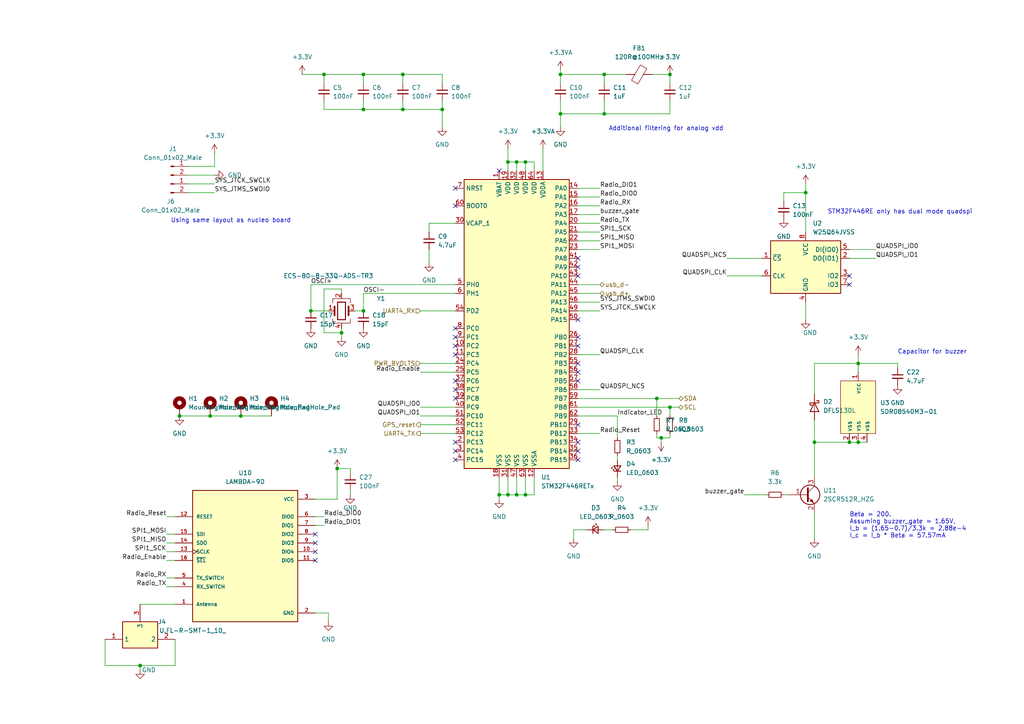
<source format=kicad_sch>
(kicad_sch (version 20211123) (generator eeschema)

  (uuid 180a8695-4877-49b2-b535-801468882026)

  (paper "A4")

  (lib_symbols
    (symbol "Components:2SCR512R_HZG" (pin_names (offset 0) hide) (in_bom yes) (on_board yes)
      (property "Reference" "Q" (id 0) (at 5.08 1.905 0)
        (effects (font (size 1.27 1.27)) (justify left))
      )
      (property "Value" "2SCR512R_HZG" (id 1) (at 5.08 0 0)
        (effects (font (size 1.27 1.27)) (justify left))
      )
      (property "Footprint" "Components:2SCR512RHZG" (id 2) (at 5.08 -1.905 0)
        (effects (font (size 1.27 1.27) italic) (justify left) hide)
      )
      (property "Datasheet" "https://fscdn.rohm.com/en/products/databook/datasheet/discrete/transistor/bipolar/2scr512rhzgtl-e.pdf" (id 3) (at 0 0 0)
        (effects (font (size 1.27 1.27)) (justify left) hide)
      )
      (property "ki_keywords" "NPN Transistor" (id 4) (at 0 0 0)
        (effects (font (size 1.27 1.27)) hide)
      )
      (property "ki_fp_filters" "TO?39*" (id 5) (at 0 0 0)
        (effects (font (size 1.27 1.27)) hide)
      )
      (symbol "2SCR512R_HZG_0_1"
        (polyline
          (pts
            (xy 0.635 0.635)
            (xy 2.54 2.54)
          )
          (stroke (width 0) (type default) (color 0 0 0 0))
          (fill (type none))
        )
        (polyline
          (pts
            (xy 0.635 -0.635)
            (xy 2.54 -2.54)
            (xy 2.54 -2.54)
          )
          (stroke (width 0) (type default) (color 0 0 0 0))
          (fill (type none))
        )
        (polyline
          (pts
            (xy 0.635 1.905)
            (xy 0.635 -1.905)
            (xy 0.635 -1.905)
          )
          (stroke (width 0.508) (type default) (color 0 0 0 0))
          (fill (type none))
        )
        (polyline
          (pts
            (xy 1.27 -1.778)
            (xy 1.778 -1.27)
            (xy 2.286 -2.286)
            (xy 1.27 -1.778)
            (xy 1.27 -1.778)
          )
          (stroke (width 0) (type default) (color 0 0 0 0))
          (fill (type outline))
        )
        (circle (center 1.27 0) (radius 2.8194)
          (stroke (width 0.254) (type default) (color 0 0 0 0))
          (fill (type none))
        )
      )
      (symbol "2SCR512R_HZG_1_1"
        (pin passive line (at -5.08 0 0) (length 5.715)
          (name "B" (effects (font (size 1.27 1.27))))
          (number "1" (effects (font (size 1.27 1.27))))
        )
        (pin passive line (at 2.54 -5.08 90) (length 2.54)
          (name "E" (effects (font (size 1.27 1.27))))
          (number "2" (effects (font (size 1.27 1.27))))
        )
        (pin passive line (at 2.54 5.08 270) (length 2.54)
          (name "C" (effects (font (size 1.27 1.27))))
          (number "3" (effects (font (size 1.27 1.27))))
        )
      )
    )
    (symbol "Components:C_0603" (pin_numbers hide) (pin_names (offset 0.254) hide) (in_bom yes) (on_board yes)
      (property "Reference" "C" (id 0) (at 0.254 1.778 0)
        (effects (font (size 1.27 1.27)) (justify left))
      )
      (property "Value" "C_0603" (id 1) (at 0.254 -2.032 0)
        (effects (font (size 1.27 1.27)) (justify left))
      )
      (property "Footprint" "Components:C_0603_1608Metric" (id 2) (at 0 0 0)
        (effects (font (size 1.27 1.27)) hide)
      )
      (property "Datasheet" "~" (id 3) (at 0 0 0)
        (effects (font (size 1.27 1.27)) hide)
      )
      (property "ki_keywords" "capacitor cap" (id 4) (at 0 0 0)
        (effects (font (size 1.27 1.27)) hide)
      )
      (property "ki_description" "Unpolarized capacitor, small symbol" (id 5) (at 0 0 0)
        (effects (font (size 1.27 1.27)) hide)
      )
      (property "ki_fp_filters" "C_*" (id 6) (at 0 0 0)
        (effects (font (size 1.27 1.27)) hide)
      )
      (symbol "C_0603_0_1"
        (polyline
          (pts
            (xy -1.524 -0.508)
            (xy 1.524 -0.508)
          )
          (stroke (width 0.3302) (type default) (color 0 0 0 0))
          (fill (type none))
        )
        (polyline
          (pts
            (xy -1.524 0.508)
            (xy 1.524 0.508)
          )
          (stroke (width 0.3048) (type default) (color 0 0 0 0))
          (fill (type none))
        )
      )
      (symbol "C_0603_1_1"
        (pin passive line (at 0 2.54 270) (length 2.032)
          (name "~" (effects (font (size 1.27 1.27))))
          (number "1" (effects (font (size 1.27 1.27))))
        )
        (pin passive line (at 0 -2.54 90) (length 2.032)
          (name "~" (effects (font (size 1.27 1.27))))
          (number "2" (effects (font (size 1.27 1.27))))
        )
      )
    )
    (symbol "Components:DFLS130L" (pin_numbers hide) (pin_names (offset 1.016) hide) (in_bom yes) (on_board yes)
      (property "Reference" "D" (id 0) (at 0 2.54 0)
        (effects (font (size 1.27 1.27)))
      )
      (property "Value" "DFLS130L" (id 1) (at 0 -2.54 0)
        (effects (font (size 1.27 1.27)))
      )
      (property "Footprint" "" (id 2) (at 0 0 0)
        (effects (font (size 1.27 1.27)) hide)
      )
      (property "Datasheet" "~" (id 3) (at 0 0 0)
        (effects (font (size 1.27 1.27)) hide)
      )
      (property "ki_keywords" "diode Schottky" (id 4) (at 0 0 0)
        (effects (font (size 1.27 1.27)) hide)
      )
      (property "ki_description" "Schottky diode" (id 5) (at 0 0 0)
        (effects (font (size 1.27 1.27)) hide)
      )
      (property "ki_fp_filters" "TO-???* *_Diode_* *SingleDiode* D_*" (id 6) (at 0 0 0)
        (effects (font (size 1.27 1.27)) hide)
      )
      (symbol "DFLS130L_0_1"
        (polyline
          (pts
            (xy 1.27 0)
            (xy -1.27 0)
          )
          (stroke (width 0) (type default) (color 0 0 0 0))
          (fill (type none))
        )
        (polyline
          (pts
            (xy 1.27 1.27)
            (xy 1.27 -1.27)
            (xy -1.27 0)
            (xy 1.27 1.27)
          )
          (stroke (width 0.254) (type default) (color 0 0 0 0))
          (fill (type none))
        )
        (polyline
          (pts
            (xy -1.905 0.635)
            (xy -1.905 1.27)
            (xy -1.27 1.27)
            (xy -1.27 -1.27)
            (xy -0.635 -1.27)
            (xy -0.635 -0.635)
          )
          (stroke (width 0.254) (type default) (color 0 0 0 0))
          (fill (type none))
        )
      )
      (symbol "DFLS130L_1_1"
        (pin passive line (at -3.81 0 0) (length 2.54)
          (name "K" (effects (font (size 1.27 1.27))))
          (number "1" (effects (font (size 1.27 1.27))))
        )
        (pin passive line (at 3.81 0 180) (length 2.54)
          (name "A" (effects (font (size 1.27 1.27))))
          (number "2" (effects (font (size 1.27 1.27))))
        )
      )
    )
    (symbol "Components:LAMBDA-9D" (pin_names (offset 1.016)) (in_bom yes) (on_board yes)
      (property "Reference" "U10" (id 0) (at 0 25.4 0)
        (effects (font (size 1.27 1.27)))
      )
      (property "Value" "LAMBDA-9D" (id 1) (at 0 22.86 0)
        (effects (font (size 1.27 1.27)))
      )
      (property "Footprint" "Components:XCVR_LAMBDA-9D" (id 2) (at 0 0 0)
        (effects (font (size 1.27 1.27)) (justify bottom) hide)
      )
      (property "Datasheet" "" (id 3) (at 0 0 0)
        (effects (font (size 1.27 1.27)) hide)
      )
      (property "MAXIMUM_PACKAGE_HEIGHT" "5.81 mm" (id 4) (at 0 0 0)
        (effects (font (size 1.27 1.27)) (justify bottom) hide)
      )
      (property "STANDARD" "Manufacturer Recommendations" (id 5) (at 0 0 0)
        (effects (font (size 1.27 1.27)) (justify bottom) hide)
      )
      (property "PARTREV" "N/A" (id 6) (at 0 0 0)
        (effects (font (size 1.27 1.27)) (justify bottom) hide)
      )
      (property "SNAPEDA_PACKAGE_ID" "63698" (id 7) (at 0 0 0)
        (effects (font (size 1.27 1.27)) (justify bottom) hide)
      )
      (property "MANUFACTURER" "RF Solutions" (id 8) (at 0 0 0)
        (effects (font (size 1.27 1.27)) (justify bottom) hide)
      )
      (property "SNAPEDA_PN" "LAMBDA-9D" (id 9) (at 0 0 0)
        (effects (font (size 1.27 1.27)) (justify bottom) hide)
      )
      (symbol "LAMBDA-9D_0_0"
        (rectangle (start -15.24 -17.78) (end 15.24 20.32)
          (stroke (width 0.254) (type default) (color 0 0 0 0))
          (fill (type background))
        )
        (pin bidirectional line (at -20.32 -12.7 0) (length 5.08)
          (name "Antenna" (effects (font (size 1.016 1.016))))
          (number "1" (effects (font (size 1.016 1.016))))
        )
        (pin bidirectional line (at 20.32 2.54 180) (length 5.08)
          (name "DIO4" (effects (font (size 1.016 1.016))))
          (number "10" (effects (font (size 1.016 1.016))))
        )
        (pin bidirectional line (at 20.32 0 180) (length 5.08)
          (name "DIO5" (effects (font (size 1.016 1.016))))
          (number "11" (effects (font (size 1.016 1.016))))
        )
        (pin input line (at -20.32 12.7 0) (length 5.08)
          (name "RESET" (effects (font (size 1.016 1.016))))
          (number "12" (effects (font (size 1.016 1.016))))
        )
        (pin input clock (at -20.32 2.54 0) (length 5.08)
          (name "SCLK" (effects (font (size 1.016 1.016))))
          (number "13" (effects (font (size 1.016 1.016))))
        )
        (pin output line (at -20.32 5.08 0) (length 5.08)
          (name "SDO" (effects (font (size 1.016 1.016))))
          (number "14" (effects (font (size 1.016 1.016))))
        )
        (pin input line (at -20.32 7.62 0) (length 5.08)
          (name "SDI" (effects (font (size 1.016 1.016))))
          (number "15" (effects (font (size 1.016 1.016))))
        )
        (pin input line (at -20.32 0 0) (length 5.08)
          (name "~{SEL}" (effects (font (size 1.016 1.016))))
          (number "16" (effects (font (size 1.016 1.016))))
        )
        (pin power_in line (at 20.32 -15.24 180) (length 5.08)
          (name "GND" (effects (font (size 1.016 1.016))))
          (number "2" (effects (font (size 1.016 1.016))))
        )
        (pin power_in line (at 20.32 17.78 180) (length 5.08)
          (name "VCC" (effects (font (size 1.016 1.016))))
          (number "3" (effects (font (size 1.016 1.016))))
        )
        (pin input line (at -20.32 -7.62 0) (length 5.08)
          (name "RX_SWITCH" (effects (font (size 1.016 1.016))))
          (number "4" (effects (font (size 1.016 1.016))))
        )
        (pin input line (at -20.32 -5.08 0) (length 5.08)
          (name "TX_SWITCH" (effects (font (size 1.016 1.016))))
          (number "5" (effects (font (size 1.016 1.016))))
        )
        (pin bidirectional line (at 20.32 12.7 180) (length 5.08)
          (name "DIO0" (effects (font (size 1.016 1.016))))
          (number "6" (effects (font (size 1.016 1.016))))
        )
        (pin bidirectional line (at 20.32 10.16 180) (length 5.08)
          (name "DIO1" (effects (font (size 1.016 1.016))))
          (number "7" (effects (font (size 1.016 1.016))))
        )
        (pin bidirectional line (at 20.32 7.62 180) (length 5.08)
          (name "DIO2" (effects (font (size 1.016 1.016))))
          (number "8" (effects (font (size 1.016 1.016))))
        )
        (pin bidirectional line (at 20.32 5.08 180) (length 5.08)
          (name "DIO3" (effects (font (size 1.016 1.016))))
          (number "9" (effects (font (size 1.016 1.016))))
        )
      )
    )
    (symbol "Components:LED_0603" (pin_numbers hide) (pin_names (offset 0.254) hide) (in_bom yes) (on_board yes)
      (property "Reference" "D" (id 0) (at -1.27 3.175 0)
        (effects (font (size 1.27 1.27)) (justify left))
      )
      (property "Value" "LED_0603" (id 1) (at -4.445 -2.54 0)
        (effects (font (size 1.27 1.27)) (justify left))
      )
      (property "Footprint" "Components:C_0603_1608Metric" (id 2) (at 0 0 90)
        (effects (font (size 1.27 1.27)) hide)
      )
      (property "Datasheet" "~" (id 3) (at 0 0 90)
        (effects (font (size 1.27 1.27)) hide)
      )
      (property "ki_keywords" "LED diode light-emitting-diode" (id 4) (at 0 0 0)
        (effects (font (size 1.27 1.27)) hide)
      )
      (property "ki_description" "Light emitting diode, small symbol" (id 5) (at 0 0 0)
        (effects (font (size 1.27 1.27)) hide)
      )
      (property "ki_fp_filters" "LED* LED_SMD:* LED_THT:*" (id 6) (at 0 0 0)
        (effects (font (size 1.27 1.27)) hide)
      )
      (symbol "LED_0603_0_1"
        (polyline
          (pts
            (xy -0.762 -1.016)
            (xy -0.762 1.016)
          )
          (stroke (width 0.254) (type default) (color 0 0 0 0))
          (fill (type none))
        )
        (polyline
          (pts
            (xy 1.016 0)
            (xy -0.762 0)
          )
          (stroke (width 0) (type default) (color 0 0 0 0))
          (fill (type none))
        )
        (polyline
          (pts
            (xy 0.762 -1.016)
            (xy -0.762 0)
            (xy 0.762 1.016)
            (xy 0.762 -1.016)
          )
          (stroke (width 0.254) (type default) (color 0 0 0 0))
          (fill (type none))
        )
        (polyline
          (pts
            (xy 0 0.762)
            (xy -0.508 1.27)
            (xy -0.254 1.27)
            (xy -0.508 1.27)
            (xy -0.508 1.016)
          )
          (stroke (width 0) (type default) (color 0 0 0 0))
          (fill (type none))
        )
        (polyline
          (pts
            (xy 0.508 1.27)
            (xy 0 1.778)
            (xy 0.254 1.778)
            (xy 0 1.778)
            (xy 0 1.524)
          )
          (stroke (width 0) (type default) (color 0 0 0 0))
          (fill (type none))
        )
      )
      (symbol "LED_0603_1_1"
        (pin passive line (at -2.54 0 0) (length 1.778)
          (name "K" (effects (font (size 1.27 1.27))))
          (number "1" (effects (font (size 1.27 1.27))))
        )
        (pin passive line (at 2.54 0 180) (length 1.778)
          (name "A" (effects (font (size 1.27 1.27))))
          (number "2" (effects (font (size 1.27 1.27))))
        )
      )
    )
    (symbol "Components:R_0603" (pin_numbers hide) (pin_names (offset 0.254) hide) (in_bom yes) (on_board yes)
      (property "Reference" "R" (id 0) (at 0.762 0.508 0)
        (effects (font (size 1.27 1.27)) (justify left))
      )
      (property "Value" "R_0603" (id 1) (at 0.762 -1.016 0)
        (effects (font (size 1.27 1.27)) (justify left))
      )
      (property "Footprint" "Components:R_0603_1608Metric" (id 2) (at 0 0 0)
        (effects (font (size 1.27 1.27)) hide)
      )
      (property "Datasheet" "~" (id 3) (at 0 0 0)
        (effects (font (size 1.27 1.27)) hide)
      )
      (property "ki_keywords" "R resistor" (id 4) (at 0 0 0)
        (effects (font (size 1.27 1.27)) hide)
      )
      (property "ki_description" "Resistor, small symbol" (id 5) (at 0 0 0)
        (effects (font (size 1.27 1.27)) hide)
      )
      (property "ki_fp_filters" "R_*" (id 6) (at 0 0 0)
        (effects (font (size 1.27 1.27)) hide)
      )
      (symbol "R_0603_0_1"
        (rectangle (start -0.762 1.778) (end 0.762 -1.778)
          (stroke (width 0.2032) (type default) (color 0 0 0 0))
          (fill (type none))
        )
      )
      (symbol "R_0603_1_1"
        (pin passive line (at 0 2.54 270) (length 0.762)
          (name "~" (effects (font (size 1.27 1.27))))
          (number "1" (effects (font (size 1.27 1.27))))
        )
        (pin passive line (at 0 -2.54 90) (length 0.762)
          (name "~" (effects (font (size 1.27 1.27))))
          (number "2" (effects (font (size 1.27 1.27))))
        )
      )
    )
    (symbol "Components:SDR08540M3-01" (in_bom yes) (on_board yes)
      (property "Reference" "U" (id 0) (at 0 0 0)
        (effects (font (size 1.27 1.27)))
      )
      (property "Value" "SDR08540M3-01" (id 1) (at 0 0 0)
        (effects (font (size 1.27 1.27)))
      )
      (property "Footprint" "" (id 2) (at 0 0 0)
        (effects (font (size 1.27 1.27)) hide)
      )
      (property "Datasheet" "" (id 3) (at 0 0 0)
        (effects (font (size 1.27 1.27)) hide)
      )
      (symbol "SDR08540M3-01_0_1"
        (rectangle (start -5.08 8.89) (end 5.08 -6.35)
          (stroke (width 0) (type default) (color 0 0 0 0))
          (fill (type background))
        )
      )
      (symbol "SDR08540M3-01_1_1"
        (pin power_in line (at 0 11.43 270) (length 2.54)
          (name "vcc" (effects (font (size 1.27 1.27))))
          (number "1" (effects (font (size 1.27 1.27))))
        )
        (pin power_in line (at -2.54 -8.89 90) (length 2.54)
          (name "vss" (effects (font (size 1.27 1.27))))
          (number "2" (effects (font (size 1.27 1.27))))
        )
        (pin power_in line (at 0 -8.89 90) (length 2.54)
          (name "vss" (effects (font (size 1.27 1.27))))
          (number "3" (effects (font (size 1.27 1.27))))
        )
        (pin power_in line (at 2.54 -8.89 90) (length 2.54)
          (name "vss" (effects (font (size 1.27 1.27))))
          (number "4" (effects (font (size 1.27 1.27))))
        )
      )
    )
    (symbol "Components:U.FL-R-SMT-1_10_" (in_bom yes) (on_board yes)
      (property "Reference" "" (id 0) (at 0 0 0)
        (effects (font (size 1.27 1.27)))
      )
      (property "Value" "U.FL-R-SMT-1_10_" (id 1) (at 0 0 0)
        (effects (font (size 1.27 1.27)))
      )
      (property "Footprint" "" (id 2) (at 0 0 0)
        (effects (font (size 1.27 1.27)) hide)
      )
      (property "Datasheet" "" (id 3) (at 0 0 0)
        (effects (font (size 1.27 1.27)) hide)
      )
      (property "Reference_1" "J" (id 4) (at 16.51 10.16 0)
        (effects (font (size 1.27 1.27)) (justify left top))
      )
      (property "Value_1" "U.FL-R-SMT-1_10_" (id 5) (at 16.51 7.62 0)
        (effects (font (size 1.27 1.27)) (justify left top))
      )
      (property "Footprint_1" "U.FL-R-SMT-1(10)" (id 6) (at 16.51 -92.38 0)
        (effects (font (size 1.27 1.27)) (justify left top) hide)
      )
      (property "Datasheet_1" "https://www.hirose.com/product/document?clcode=CL0331-0472-2-10&productname=U.FL-R-SMT-1(10)&series=U.FL&documenttype=2DDrawing&lang=en&documentid=0000940684" (id 7) (at 16.51 -192.38 0)
        (effects (font (size 1.27 1.27)) (justify left top) hide)
      )
      (property "Height" "" (id 8) (at 16.51 -392.38 0)
        (effects (font (size 1.27 1.27)) (justify left top) hide)
      )
      (property "Manufacturer_Name" "Hirose" (id 9) (at 16.51 -492.38 0)
        (effects (font (size 1.27 1.27)) (justify left top) hide)
      )
      (property "Manufacturer_Part_Number" "U.FL-R-SMT-1(10)" (id 10) (at 16.51 -592.38 0)
        (effects (font (size 1.27 1.27)) (justify left top) hide)
      )
      (property "Mouser Part Number" "798-U.FL-R-SMT-110" (id 11) (at 16.51 -692.38 0)
        (effects (font (size 1.27 1.27)) (justify left top) hide)
      )
      (property "Mouser Price/Stock" "https://www.mouser.co.uk/ProductDetail/Hirose-Connector/U.FL-R-SMT-110?qs=kL1ClTr6oBoOdtqlGQpQrQ%3D%3D" (id 12) (at 16.51 -792.38 0)
        (effects (font (size 1.27 1.27)) (justify left top) hide)
      )
      (property "Arrow Part Number" "U.FL-R-SMT-1(10)" (id 13) (at 16.51 -892.38 0)
        (effects (font (size 1.27 1.27)) (justify left top) hide)
      )
      (property "Arrow Price/Stock" "https://www.arrow.com/en/products/u.fl-r-smt-1-10/hirose-electric" (id 14) (at 16.51 -992.38 0)
        (effects (font (size 1.27 1.27)) (justify left top) hide)
      )
      (property "ki_description" "UFL SMT PCB receptable,DC-6GHz Hirose Straight 50 Surface Mount UFL Connector, Receptacle, Solder Termination Coaxial" (id 15) (at 0 0 0)
        (effects (font (size 1.27 1.27)) hide)
      )
      (symbol "U.FL-R-SMT-1_10__1_1"
        (rectangle (start 5.08 5.08) (end 15.24 -2.54)
          (stroke (width 0.254) (type default) (color 0 0 0 0))
          (fill (type background))
        )
        (pin passive line (at 0 0 0) (length 5.08)
          (name "1" (effects (font (size 1.27 1.27))))
          (number "1" (effects (font (size 1.27 1.27))))
        )
        (pin passive line (at 20.32 0 180) (length 5.08)
          (name "2" (effects (font (size 1.27 1.27))))
          (number "2" (effects (font (size 1.27 1.27))))
        )
        (pin passive line (at 10.16 10.16 270) (length 5.08)
          (name "3" (effects (font (size 1.27 1.27))))
          (number "3" (effects (font (size 1.27 1.27))))
        )
      )
    )
    (symbol "Components:W25Q64JVSS" (in_bom yes) (on_board yes)
      (property "Reference" "U" (id 0) (at -8.89 8.89 0)
        (effects (font (size 1.27 1.27)))
      )
      (property "Value" "W25Q64JVSS" (id 1) (at 7.62 8.89 0)
        (effects (font (size 1.27 1.27)))
      )
      (property "Footprint" "Package_SO:SOIC-8_5.23x5.23mm_P1.27mm" (id 2) (at 0 0 0)
        (effects (font (size 1.27 1.27)) hide)
      )
      (property "Datasheet" "https://www.winbond.com/resource-files/W25Q64JV%20RevK%2003102021%20Plus.pdf#toolbar=0" (id 3) (at 0 0 0)
        (effects (font (size 1.27 1.27)) hide)
      )
      (property "ki_keywords" "flash memory SPI" (id 4) (at 0 0 0)
        (effects (font (size 1.27 1.27)) hide)
      )
      (property "ki_description" "64Mb Serial Flash Memory, Standard/Dual/Quad SPI, SOIC-8" (id 5) (at 0 0 0)
        (effects (font (size 1.27 1.27)) hide)
      )
      (property "ki_fp_filters" "SOIC*5.23x5.23mm*P1.27mm*" (id 6) (at 0 0 0)
        (effects (font (size 1.27 1.27)) hide)
      )
      (symbol "W25Q64JVSS_0_1"
        (rectangle (start -10.16 7.62) (end 10.16 -7.62)
          (stroke (width 0.254) (type default) (color 0 0 0 0))
          (fill (type background))
        )
      )
      (symbol "W25Q64JVSS_1_1"
        (pin input line (at -12.7 2.54 0) (length 2.54)
          (name "~{CS}" (effects (font (size 1.27 1.27))))
          (number "1" (effects (font (size 1.27 1.27))))
        )
        (pin bidirectional line (at 12.7 2.54 180) (length 2.54)
          (name "DO(IO1)" (effects (font (size 1.27 1.27))))
          (number "2" (effects (font (size 1.27 1.27))))
        )
        (pin bidirectional line (at 12.7 -2.54 180) (length 2.54)
          (name "IO2" (effects (font (size 1.27 1.27))))
          (number "3" (effects (font (size 1.27 1.27))))
        )
        (pin power_in line (at 0 -10.16 90) (length 2.54)
          (name "GND" (effects (font (size 1.27 1.27))))
          (number "4" (effects (font (size 1.27 1.27))))
        )
        (pin bidirectional line (at 12.7 5.08 180) (length 2.54)
          (name "DI(IO0)" (effects (font (size 1.27 1.27))))
          (number "5" (effects (font (size 1.27 1.27))))
        )
        (pin input line (at -12.7 -2.54 0) (length 2.54)
          (name "CLK" (effects (font (size 1.27 1.27))))
          (number "6" (effects (font (size 1.27 1.27))))
        )
        (pin bidirectional line (at 12.7 -5.08 180) (length 2.54)
          (name "IO3" (effects (font (size 1.27 1.27))))
          (number "7" (effects (font (size 1.27 1.27))))
        )
        (pin power_in line (at 0 10.16 270) (length 2.54)
          (name "VCC" (effects (font (size 1.27 1.27))))
          (number "8" (effects (font (size 1.27 1.27))))
        )
      )
    )
    (symbol "Connector:Conn_01x02_Male" (pin_names (offset 1.016) hide) (in_bom yes) (on_board yes)
      (property "Reference" "J" (id 0) (at 0 2.54 0)
        (effects (font (size 1.27 1.27)))
      )
      (property "Value" "Conn_01x02_Male" (id 1) (at 0 -5.08 0)
        (effects (font (size 1.27 1.27)))
      )
      (property "Footprint" "" (id 2) (at 0 0 0)
        (effects (font (size 1.27 1.27)) hide)
      )
      (property "Datasheet" "~" (id 3) (at 0 0 0)
        (effects (font (size 1.27 1.27)) hide)
      )
      (property "ki_keywords" "connector" (id 4) (at 0 0 0)
        (effects (font (size 1.27 1.27)) hide)
      )
      (property "ki_description" "Generic connector, single row, 01x02, script generated (kicad-library-utils/schlib/autogen/connector/)" (id 5) (at 0 0 0)
        (effects (font (size 1.27 1.27)) hide)
      )
      (property "ki_fp_filters" "Connector*:*_1x??_*" (id 6) (at 0 0 0)
        (effects (font (size 1.27 1.27)) hide)
      )
      (symbol "Conn_01x02_Male_1_1"
        (polyline
          (pts
            (xy 1.27 -2.54)
            (xy 0.8636 -2.54)
          )
          (stroke (width 0.1524) (type default) (color 0 0 0 0))
          (fill (type none))
        )
        (polyline
          (pts
            (xy 1.27 0)
            (xy 0.8636 0)
          )
          (stroke (width 0.1524) (type default) (color 0 0 0 0))
          (fill (type none))
        )
        (rectangle (start 0.8636 -2.413) (end 0 -2.667)
          (stroke (width 0.1524) (type default) (color 0 0 0 0))
          (fill (type outline))
        )
        (rectangle (start 0.8636 0.127) (end 0 -0.127)
          (stroke (width 0.1524) (type default) (color 0 0 0 0))
          (fill (type outline))
        )
        (pin passive line (at 5.08 0 180) (length 3.81)
          (name "Pin_1" (effects (font (size 1.27 1.27))))
          (number "1" (effects (font (size 1.27 1.27))))
        )
        (pin passive line (at 5.08 -2.54 180) (length 3.81)
          (name "Pin_2" (effects (font (size 1.27 1.27))))
          (number "2" (effects (font (size 1.27 1.27))))
        )
      )
    )
    (symbol "Device:C_Small" (pin_numbers hide) (pin_names (offset 0.254) hide) (in_bom yes) (on_board yes)
      (property "Reference" "C" (id 0) (at 0.254 1.778 0)
        (effects (font (size 1.27 1.27)) (justify left))
      )
      (property "Value" "C_Small" (id 1) (at 0.254 -2.032 0)
        (effects (font (size 1.27 1.27)) (justify left))
      )
      (property "Footprint" "" (id 2) (at 0 0 0)
        (effects (font (size 1.27 1.27)) hide)
      )
      (property "Datasheet" "~" (id 3) (at 0 0 0)
        (effects (font (size 1.27 1.27)) hide)
      )
      (property "ki_keywords" "capacitor cap" (id 4) (at 0 0 0)
        (effects (font (size 1.27 1.27)) hide)
      )
      (property "ki_description" "Unpolarized capacitor, small symbol" (id 5) (at 0 0 0)
        (effects (font (size 1.27 1.27)) hide)
      )
      (property "ki_fp_filters" "C_*" (id 6) (at 0 0 0)
        (effects (font (size 1.27 1.27)) hide)
      )
      (symbol "C_Small_0_1"
        (polyline
          (pts
            (xy -1.524 -0.508)
            (xy 1.524 -0.508)
          )
          (stroke (width 0.3302) (type default) (color 0 0 0 0))
          (fill (type none))
        )
        (polyline
          (pts
            (xy -1.524 0.508)
            (xy 1.524 0.508)
          )
          (stroke (width 0.3048) (type default) (color 0 0 0 0))
          (fill (type none))
        )
      )
      (symbol "C_Small_1_1"
        (pin passive line (at 0 2.54 270) (length 2.032)
          (name "~" (effects (font (size 1.27 1.27))))
          (number "1" (effects (font (size 1.27 1.27))))
        )
        (pin passive line (at 0 -2.54 90) (length 2.032)
          (name "~" (effects (font (size 1.27 1.27))))
          (number "2" (effects (font (size 1.27 1.27))))
        )
      )
    )
    (symbol "Device:Crystal_GND24" (pin_names (offset 1.016) hide) (in_bom yes) (on_board yes)
      (property "Reference" "Y?" (id 0) (at 11.43 3.5814 0)
        (effects (font (size 1.27 1.27)))
      )
      (property "Value" "Crystal_GND24" (id 1) (at -11.43 0 0)
        (effects (font (size 1.27 1.27)))
      )
      (property "Footprint" "Components:ECS-80-8-33Q-ADS-TR3 Crystal" (id 2) (at 0 0 0)
        (effects (font (size 1.27 1.27)) hide)
      )
      (property "Datasheet" "~" (id 3) (at 0 0 0)
        (effects (font (size 1.27 1.27)) hide)
      )
      (property "ki_keywords" "quartz ceramic resonator oscillator" (id 4) (at 0 0 0)
        (effects (font (size 1.27 1.27)) hide)
      )
      (property "ki_description" "Four pin crystal, GND on pins 2 and 4" (id 5) (at 0 0 0)
        (effects (font (size 1.27 1.27)) hide)
      )
      (property "ki_fp_filters" "Crystal*" (id 6) (at 0 0 0)
        (effects (font (size 1.27 1.27)) hide)
      )
      (symbol "Crystal_GND24_0_1"
        (rectangle (start -1.143 2.54) (end 1.143 -2.54)
          (stroke (width 0.3048) (type default) (color 0 0 0 0))
          (fill (type none))
        )
        (polyline
          (pts
            (xy -2.54 0)
            (xy -2.032 0)
          )
          (stroke (width 0) (type default) (color 0 0 0 0))
          (fill (type none))
        )
        (polyline
          (pts
            (xy -2.032 -1.27)
            (xy -2.032 1.27)
          )
          (stroke (width 0.508) (type default) (color 0 0 0 0))
          (fill (type none))
        )
        (polyline
          (pts
            (xy 0 -3.81)
            (xy 0 -3.556)
          )
          (stroke (width 0) (type default) (color 0 0 0 0))
          (fill (type none))
        )
        (polyline
          (pts
            (xy 0 3.556)
            (xy 0 3.81)
          )
          (stroke (width 0) (type default) (color 0 0 0 0))
          (fill (type none))
        )
        (polyline
          (pts
            (xy 2.032 -1.27)
            (xy 2.032 1.27)
          )
          (stroke (width 0.508) (type default) (color 0 0 0 0))
          (fill (type none))
        )
        (polyline
          (pts
            (xy 2.032 0)
            (xy 2.54 0)
          )
          (stroke (width 0) (type default) (color 0 0 0 0))
          (fill (type none))
        )
        (polyline
          (pts
            (xy -2.54 -2.286)
            (xy -2.54 -3.556)
            (xy 2.54 -3.556)
            (xy 2.54 -2.286)
          )
          (stroke (width 0) (type default) (color 0 0 0 0))
          (fill (type none))
        )
        (polyline
          (pts
            (xy -2.54 2.286)
            (xy -2.54 3.556)
            (xy 2.54 3.556)
            (xy 2.54 2.286)
          )
          (stroke (width 0) (type default) (color 0 0 0 0))
          (fill (type none))
        )
      )
      (symbol "Crystal_GND24_1_1"
        (pin passive line (at -3.81 0 0) (length 1.27)
          (name "1" (effects (font (size 1.27 1.27))))
          (number "1" (effects (font (size 1.27 1.27))))
        )
        (pin passive line (at 0 5.08 270) (length 1.27)
          (name "2" (effects (font (size 1.27 1.27))))
          (number "2" (effects (font (size 1.27 1.27))))
        )
        (pin passive line (at 3.81 0 180) (length 1.27)
          (name "3" (effects (font (size 1.27 1.27))))
          (number "3" (effects (font (size 1.27 1.27))))
        )
        (pin passive line (at 0 -5.08 90) (length 1.27)
          (name "4" (effects (font (size 1.27 1.27))))
          (number "4" (effects (font (size 1.27 1.27))))
        )
      )
    )
    (symbol "Device:FerriteBead" (pin_numbers hide) (pin_names (offset 0)) (in_bom yes) (on_board yes)
      (property "Reference" "FB" (id 0) (at -3.81 0.635 90)
        (effects (font (size 1.27 1.27)))
      )
      (property "Value" "FerriteBead" (id 1) (at 3.81 0 90)
        (effects (font (size 1.27 1.27)))
      )
      (property "Footprint" "" (id 2) (at -1.778 0 90)
        (effects (font (size 1.27 1.27)) hide)
      )
      (property "Datasheet" "~" (id 3) (at 0 0 0)
        (effects (font (size 1.27 1.27)) hide)
      )
      (property "ki_keywords" "L ferrite bead inductor filter" (id 4) (at 0 0 0)
        (effects (font (size 1.27 1.27)) hide)
      )
      (property "ki_description" "Ferrite bead" (id 5) (at 0 0 0)
        (effects (font (size 1.27 1.27)) hide)
      )
      (property "ki_fp_filters" "Inductor_* L_* *Ferrite*" (id 6) (at 0 0 0)
        (effects (font (size 1.27 1.27)) hide)
      )
      (symbol "FerriteBead_0_1"
        (polyline
          (pts
            (xy 0 -1.27)
            (xy 0 -1.2192)
          )
          (stroke (width 0) (type default) (color 0 0 0 0))
          (fill (type none))
        )
        (polyline
          (pts
            (xy 0 1.27)
            (xy 0 1.2954)
          )
          (stroke (width 0) (type default) (color 0 0 0 0))
          (fill (type none))
        )
        (polyline
          (pts
            (xy -2.7686 0.4064)
            (xy -1.7018 2.2606)
            (xy 2.7686 -0.3048)
            (xy 1.6764 -2.159)
            (xy -2.7686 0.4064)
          )
          (stroke (width 0) (type default) (color 0 0 0 0))
          (fill (type none))
        )
      )
      (symbol "FerriteBead_1_1"
        (pin passive line (at 0 3.81 270) (length 2.54)
          (name "~" (effects (font (size 1.27 1.27))))
          (number "1" (effects (font (size 1.27 1.27))))
        )
        (pin passive line (at 0 -3.81 90) (length 2.54)
          (name "~" (effects (font (size 1.27 1.27))))
          (number "2" (effects (font (size 1.27 1.27))))
        )
      )
    )
    (symbol "MCU_ST_STM32F4:STM32F446RETx" (in_bom yes) (on_board yes)
      (property "Reference" "U" (id 0) (at -15.24 41.91 0)
        (effects (font (size 1.27 1.27)) (justify left))
      )
      (property "Value" "STM32F446RETx" (id 1) (at 10.16 41.91 0)
        (effects (font (size 1.27 1.27)) (justify left))
      )
      (property "Footprint" "Package_QFP:LQFP-64_10x10mm_P0.5mm" (id 2) (at -15.24 -43.18 0)
        (effects (font (size 1.27 1.27)) (justify right) hide)
      )
      (property "Datasheet" "http://www.st.com/st-web-ui/static/active/en/resource/technical/document/datasheet/DM00141306.pdf" (id 3) (at 0 0 0)
        (effects (font (size 1.27 1.27)) hide)
      )
      (property "ki_keywords" "ARM Cortex-M4 STM32F4 STM32F446" (id 4) (at 0 0 0)
        (effects (font (size 1.27 1.27)) hide)
      )
      (property "ki_description" "ARM Cortex-M4 MCU, 512KB flash, 128KB RAM, 180MHz, 1.8-3.6V, 50 GPIO, LQFP-64" (id 5) (at 0 0 0)
        (effects (font (size 1.27 1.27)) hide)
      )
      (property "ki_fp_filters" "LQFP*10x10mm*P0.5mm*" (id 6) (at 0 0 0)
        (effects (font (size 1.27 1.27)) hide)
      )
      (symbol "STM32F446RETx_0_1"
        (rectangle (start -15.24 -43.18) (end 15.24 40.64)
          (stroke (width 0.254) (type default) (color 0 0 0 0))
          (fill (type background))
        )
      )
      (symbol "STM32F446RETx_1_1"
        (pin power_in line (at -5.08 43.18 270) (length 2.54)
          (name "VBAT" (effects (font (size 1.27 1.27))))
          (number "1" (effects (font (size 1.27 1.27))))
        )
        (pin bidirectional line (at -17.78 -7.62 0) (length 2.54)
          (name "PC2" (effects (font (size 1.27 1.27))))
          (number "10" (effects (font (size 1.27 1.27))))
        )
        (pin bidirectional line (at -17.78 -10.16 0) (length 2.54)
          (name "PC3" (effects (font (size 1.27 1.27))))
          (number "11" (effects (font (size 1.27 1.27))))
        )
        (pin power_in line (at 5.08 -45.72 90) (length 2.54)
          (name "VSSA" (effects (font (size 1.27 1.27))))
          (number "12" (effects (font (size 1.27 1.27))))
        )
        (pin power_in line (at 7.62 43.18 270) (length 2.54)
          (name "VDDA" (effects (font (size 1.27 1.27))))
          (number "13" (effects (font (size 1.27 1.27))))
        )
        (pin bidirectional line (at 17.78 38.1 180) (length 2.54)
          (name "PA0" (effects (font (size 1.27 1.27))))
          (number "14" (effects (font (size 1.27 1.27))))
        )
        (pin bidirectional line (at 17.78 35.56 180) (length 2.54)
          (name "PA1" (effects (font (size 1.27 1.27))))
          (number "15" (effects (font (size 1.27 1.27))))
        )
        (pin bidirectional line (at 17.78 33.02 180) (length 2.54)
          (name "PA2" (effects (font (size 1.27 1.27))))
          (number "16" (effects (font (size 1.27 1.27))))
        )
        (pin bidirectional line (at 17.78 30.48 180) (length 2.54)
          (name "PA3" (effects (font (size 1.27 1.27))))
          (number "17" (effects (font (size 1.27 1.27))))
        )
        (pin power_in line (at -5.08 -45.72 90) (length 2.54)
          (name "VSS" (effects (font (size 1.27 1.27))))
          (number "18" (effects (font (size 1.27 1.27))))
        )
        (pin power_in line (at -2.54 43.18 270) (length 2.54)
          (name "VDD" (effects (font (size 1.27 1.27))))
          (number "19" (effects (font (size 1.27 1.27))))
        )
        (pin bidirectional line (at -17.78 -35.56 0) (length 2.54)
          (name "PC13" (effects (font (size 1.27 1.27))))
          (number "2" (effects (font (size 1.27 1.27))))
        )
        (pin bidirectional line (at 17.78 27.94 180) (length 2.54)
          (name "PA4" (effects (font (size 1.27 1.27))))
          (number "20" (effects (font (size 1.27 1.27))))
        )
        (pin bidirectional line (at 17.78 25.4 180) (length 2.54)
          (name "PA5" (effects (font (size 1.27 1.27))))
          (number "21" (effects (font (size 1.27 1.27))))
        )
        (pin bidirectional line (at 17.78 22.86 180) (length 2.54)
          (name "PA6" (effects (font (size 1.27 1.27))))
          (number "22" (effects (font (size 1.27 1.27))))
        )
        (pin bidirectional line (at 17.78 20.32 180) (length 2.54)
          (name "PA7" (effects (font (size 1.27 1.27))))
          (number "23" (effects (font (size 1.27 1.27))))
        )
        (pin bidirectional line (at -17.78 -12.7 0) (length 2.54)
          (name "PC4" (effects (font (size 1.27 1.27))))
          (number "24" (effects (font (size 1.27 1.27))))
        )
        (pin bidirectional line (at -17.78 -15.24 0) (length 2.54)
          (name "PC5" (effects (font (size 1.27 1.27))))
          (number "25" (effects (font (size 1.27 1.27))))
        )
        (pin bidirectional line (at 17.78 -5.08 180) (length 2.54)
          (name "PB0" (effects (font (size 1.27 1.27))))
          (number "26" (effects (font (size 1.27 1.27))))
        )
        (pin bidirectional line (at 17.78 -7.62 180) (length 2.54)
          (name "PB1" (effects (font (size 1.27 1.27))))
          (number "27" (effects (font (size 1.27 1.27))))
        )
        (pin bidirectional line (at 17.78 -10.16 180) (length 2.54)
          (name "PB2" (effects (font (size 1.27 1.27))))
          (number "28" (effects (font (size 1.27 1.27))))
        )
        (pin bidirectional line (at 17.78 -30.48 180) (length 2.54)
          (name "PB10" (effects (font (size 1.27 1.27))))
          (number "29" (effects (font (size 1.27 1.27))))
        )
        (pin bidirectional line (at -17.78 -38.1 0) (length 2.54)
          (name "PC14" (effects (font (size 1.27 1.27))))
          (number "3" (effects (font (size 1.27 1.27))))
        )
        (pin power_in line (at -17.78 27.94 0) (length 2.54)
          (name "VCAP_1" (effects (font (size 1.27 1.27))))
          (number "30" (effects (font (size 1.27 1.27))))
        )
        (pin power_in line (at -2.54 -45.72 90) (length 2.54)
          (name "VSS" (effects (font (size 1.27 1.27))))
          (number "31" (effects (font (size 1.27 1.27))))
        )
        (pin power_in line (at 0 43.18 270) (length 2.54)
          (name "VDD" (effects (font (size 1.27 1.27))))
          (number "32" (effects (font (size 1.27 1.27))))
        )
        (pin bidirectional line (at 17.78 -33.02 180) (length 2.54)
          (name "PB12" (effects (font (size 1.27 1.27))))
          (number "33" (effects (font (size 1.27 1.27))))
        )
        (pin bidirectional line (at 17.78 -35.56 180) (length 2.54)
          (name "PB13" (effects (font (size 1.27 1.27))))
          (number "34" (effects (font (size 1.27 1.27))))
        )
        (pin bidirectional line (at 17.78 -38.1 180) (length 2.54)
          (name "PB14" (effects (font (size 1.27 1.27))))
          (number "35" (effects (font (size 1.27 1.27))))
        )
        (pin bidirectional line (at 17.78 -40.64 180) (length 2.54)
          (name "PB15" (effects (font (size 1.27 1.27))))
          (number "36" (effects (font (size 1.27 1.27))))
        )
        (pin bidirectional line (at -17.78 -17.78 0) (length 2.54)
          (name "PC6" (effects (font (size 1.27 1.27))))
          (number "37" (effects (font (size 1.27 1.27))))
        )
        (pin bidirectional line (at -17.78 -20.32 0) (length 2.54)
          (name "PC7" (effects (font (size 1.27 1.27))))
          (number "38" (effects (font (size 1.27 1.27))))
        )
        (pin bidirectional line (at -17.78 -22.86 0) (length 2.54)
          (name "PC8" (effects (font (size 1.27 1.27))))
          (number "39" (effects (font (size 1.27 1.27))))
        )
        (pin bidirectional line (at -17.78 -40.64 0) (length 2.54)
          (name "PC15" (effects (font (size 1.27 1.27))))
          (number "4" (effects (font (size 1.27 1.27))))
        )
        (pin bidirectional line (at -17.78 -25.4 0) (length 2.54)
          (name "PC9" (effects (font (size 1.27 1.27))))
          (number "40" (effects (font (size 1.27 1.27))))
        )
        (pin bidirectional line (at 17.78 17.78 180) (length 2.54)
          (name "PA8" (effects (font (size 1.27 1.27))))
          (number "41" (effects (font (size 1.27 1.27))))
        )
        (pin bidirectional line (at 17.78 15.24 180) (length 2.54)
          (name "PA9" (effects (font (size 1.27 1.27))))
          (number "42" (effects (font (size 1.27 1.27))))
        )
        (pin bidirectional line (at 17.78 12.7 180) (length 2.54)
          (name "PA10" (effects (font (size 1.27 1.27))))
          (number "43" (effects (font (size 1.27 1.27))))
        )
        (pin bidirectional line (at 17.78 10.16 180) (length 2.54)
          (name "PA11" (effects (font (size 1.27 1.27))))
          (number "44" (effects (font (size 1.27 1.27))))
        )
        (pin bidirectional line (at 17.78 7.62 180) (length 2.54)
          (name "PA12" (effects (font (size 1.27 1.27))))
          (number "45" (effects (font (size 1.27 1.27))))
        )
        (pin bidirectional line (at 17.78 5.08 180) (length 2.54)
          (name "PA13" (effects (font (size 1.27 1.27))))
          (number "46" (effects (font (size 1.27 1.27))))
        )
        (pin power_in line (at 0 -45.72 90) (length 2.54)
          (name "VSS" (effects (font (size 1.27 1.27))))
          (number "47" (effects (font (size 1.27 1.27))))
        )
        (pin power_in line (at 2.54 43.18 270) (length 2.54)
          (name "VDD" (effects (font (size 1.27 1.27))))
          (number "48" (effects (font (size 1.27 1.27))))
        )
        (pin bidirectional line (at 17.78 2.54 180) (length 2.54)
          (name "PA14" (effects (font (size 1.27 1.27))))
          (number "49" (effects (font (size 1.27 1.27))))
        )
        (pin input line (at -17.78 10.16 0) (length 2.54)
          (name "PH0" (effects (font (size 1.27 1.27))))
          (number "5" (effects (font (size 1.27 1.27))))
        )
        (pin bidirectional line (at 17.78 0 180) (length 2.54)
          (name "PA15" (effects (font (size 1.27 1.27))))
          (number "50" (effects (font (size 1.27 1.27))))
        )
        (pin bidirectional line (at -17.78 -27.94 0) (length 2.54)
          (name "PC10" (effects (font (size 1.27 1.27))))
          (number "51" (effects (font (size 1.27 1.27))))
        )
        (pin bidirectional line (at -17.78 -30.48 0) (length 2.54)
          (name "PC11" (effects (font (size 1.27 1.27))))
          (number "52" (effects (font (size 1.27 1.27))))
        )
        (pin bidirectional line (at -17.78 -33.02 0) (length 2.54)
          (name "PC12" (effects (font (size 1.27 1.27))))
          (number "53" (effects (font (size 1.27 1.27))))
        )
        (pin bidirectional line (at -17.78 2.54 0) (length 2.54)
          (name "PD2" (effects (font (size 1.27 1.27))))
          (number "54" (effects (font (size 1.27 1.27))))
        )
        (pin bidirectional line (at 17.78 -12.7 180) (length 2.54)
          (name "PB3" (effects (font (size 1.27 1.27))))
          (number "55" (effects (font (size 1.27 1.27))))
        )
        (pin bidirectional line (at 17.78 -15.24 180) (length 2.54)
          (name "PB4" (effects (font (size 1.27 1.27))))
          (number "56" (effects (font (size 1.27 1.27))))
        )
        (pin bidirectional line (at 17.78 -17.78 180) (length 2.54)
          (name "PB5" (effects (font (size 1.27 1.27))))
          (number "57" (effects (font (size 1.27 1.27))))
        )
        (pin bidirectional line (at 17.78 -20.32 180) (length 2.54)
          (name "PB6" (effects (font (size 1.27 1.27))))
          (number "58" (effects (font (size 1.27 1.27))))
        )
        (pin bidirectional line (at 17.78 -22.86 180) (length 2.54)
          (name "PB7" (effects (font (size 1.27 1.27))))
          (number "59" (effects (font (size 1.27 1.27))))
        )
        (pin input line (at -17.78 7.62 0) (length 2.54)
          (name "PH1" (effects (font (size 1.27 1.27))))
          (number "6" (effects (font (size 1.27 1.27))))
        )
        (pin input line (at -17.78 33.02 0) (length 2.54)
          (name "BOOT0" (effects (font (size 1.27 1.27))))
          (number "60" (effects (font (size 1.27 1.27))))
        )
        (pin bidirectional line (at 17.78 -25.4 180) (length 2.54)
          (name "PB8" (effects (font (size 1.27 1.27))))
          (number "61" (effects (font (size 1.27 1.27))))
        )
        (pin bidirectional line (at 17.78 -27.94 180) (length 2.54)
          (name "PB9" (effects (font (size 1.27 1.27))))
          (number "62" (effects (font (size 1.27 1.27))))
        )
        (pin power_in line (at 2.54 -45.72 90) (length 2.54)
          (name "VSS" (effects (font (size 1.27 1.27))))
          (number "63" (effects (font (size 1.27 1.27))))
        )
        (pin power_in line (at 5.08 43.18 270) (length 2.54)
          (name "VDD" (effects (font (size 1.27 1.27))))
          (number "64" (effects (font (size 1.27 1.27))))
        )
        (pin input line (at -17.78 38.1 0) (length 2.54)
          (name "NRST" (effects (font (size 1.27 1.27))))
          (number "7" (effects (font (size 1.27 1.27))))
        )
        (pin bidirectional line (at -17.78 -2.54 0) (length 2.54)
          (name "PC0" (effects (font (size 1.27 1.27))))
          (number "8" (effects (font (size 1.27 1.27))))
        )
        (pin bidirectional line (at -17.78 -5.08 0) (length 2.54)
          (name "PC1" (effects (font (size 1.27 1.27))))
          (number "9" (effects (font (size 1.27 1.27))))
        )
      )
    )
    (symbol "Mechanical:MountingHole_Pad" (pin_numbers hide) (pin_names (offset 1.016) hide) (in_bom yes) (on_board yes)
      (property "Reference" "H" (id 0) (at 0 6.35 0)
        (effects (font (size 1.27 1.27)))
      )
      (property "Value" "MountingHole_Pad" (id 1) (at 0 4.445 0)
        (effects (font (size 1.27 1.27)))
      )
      (property "Footprint" "" (id 2) (at 0 0 0)
        (effects (font (size 1.27 1.27)) hide)
      )
      (property "Datasheet" "~" (id 3) (at 0 0 0)
        (effects (font (size 1.27 1.27)) hide)
      )
      (property "ki_keywords" "mounting hole" (id 4) (at 0 0 0)
        (effects (font (size 1.27 1.27)) hide)
      )
      (property "ki_description" "Mounting Hole with connection" (id 5) (at 0 0 0)
        (effects (font (size 1.27 1.27)) hide)
      )
      (property "ki_fp_filters" "MountingHole*Pad*" (id 6) (at 0 0 0)
        (effects (font (size 1.27 1.27)) hide)
      )
      (symbol "MountingHole_Pad_0_1"
        (circle (center 0 1.27) (radius 1.27)
          (stroke (width 1.27) (type default) (color 0 0 0 0))
          (fill (type none))
        )
      )
      (symbol "MountingHole_Pad_1_1"
        (pin input line (at 0 -2.54 90) (length 2.54)
          (name "1" (effects (font (size 1.27 1.27))))
          (number "1" (effects (font (size 1.27 1.27))))
        )
      )
    )
    (symbol "power:+3.3V" (power) (pin_names (offset 0)) (in_bom yes) (on_board yes)
      (property "Reference" "#PWR" (id 0) (at 0 -3.81 0)
        (effects (font (size 1.27 1.27)) hide)
      )
      (property "Value" "+3.3V" (id 1) (at 0 3.556 0)
        (effects (font (size 1.27 1.27)))
      )
      (property "Footprint" "" (id 2) (at 0 0 0)
        (effects (font (size 1.27 1.27)) hide)
      )
      (property "Datasheet" "" (id 3) (at 0 0 0)
        (effects (font (size 1.27 1.27)) hide)
      )
      (property "ki_keywords" "power-flag" (id 4) (at 0 0 0)
        (effects (font (size 1.27 1.27)) hide)
      )
      (property "ki_description" "Power symbol creates a global label with name \"+3.3V\"" (id 5) (at 0 0 0)
        (effects (font (size 1.27 1.27)) hide)
      )
      (symbol "+3.3V_0_1"
        (polyline
          (pts
            (xy -0.762 1.27)
            (xy 0 2.54)
          )
          (stroke (width 0) (type default) (color 0 0 0 0))
          (fill (type none))
        )
        (polyline
          (pts
            (xy 0 0)
            (xy 0 2.54)
          )
          (stroke (width 0) (type default) (color 0 0 0 0))
          (fill (type none))
        )
        (polyline
          (pts
            (xy 0 2.54)
            (xy 0.762 1.27)
          )
          (stroke (width 0) (type default) (color 0 0 0 0))
          (fill (type none))
        )
      )
      (symbol "+3.3V_1_1"
        (pin power_in line (at 0 0 90) (length 0) hide
          (name "+3.3V" (effects (font (size 1.27 1.27))))
          (number "1" (effects (font (size 1.27 1.27))))
        )
      )
    )
    (symbol "power:+3.3VA" (power) (pin_names (offset 0)) (in_bom yes) (on_board yes)
      (property "Reference" "#PWR" (id 0) (at 0 -3.81 0)
        (effects (font (size 1.27 1.27)) hide)
      )
      (property "Value" "+3.3VA" (id 1) (at 0 3.556 0)
        (effects (font (size 1.27 1.27)))
      )
      (property "Footprint" "" (id 2) (at 0 0 0)
        (effects (font (size 1.27 1.27)) hide)
      )
      (property "Datasheet" "" (id 3) (at 0 0 0)
        (effects (font (size 1.27 1.27)) hide)
      )
      (property "ki_keywords" "power-flag" (id 4) (at 0 0 0)
        (effects (font (size 1.27 1.27)) hide)
      )
      (property "ki_description" "Power symbol creates a global label with name \"+3.3VA\"" (id 5) (at 0 0 0)
        (effects (font (size 1.27 1.27)) hide)
      )
      (symbol "+3.3VA_0_1"
        (polyline
          (pts
            (xy -0.762 1.27)
            (xy 0 2.54)
          )
          (stroke (width 0) (type default) (color 0 0 0 0))
          (fill (type none))
        )
        (polyline
          (pts
            (xy 0 0)
            (xy 0 2.54)
          )
          (stroke (width 0) (type default) (color 0 0 0 0))
          (fill (type none))
        )
        (polyline
          (pts
            (xy 0 2.54)
            (xy 0.762 1.27)
          )
          (stroke (width 0) (type default) (color 0 0 0 0))
          (fill (type none))
        )
      )
      (symbol "+3.3VA_1_1"
        (pin power_in line (at 0 0 90) (length 0) hide
          (name "+3.3VA" (effects (font (size 1.27 1.27))))
          (number "1" (effects (font (size 1.27 1.27))))
        )
      )
    )
    (symbol "power:GND" (power) (pin_names (offset 0)) (in_bom yes) (on_board yes)
      (property "Reference" "#PWR" (id 0) (at 0 -6.35 0)
        (effects (font (size 1.27 1.27)) hide)
      )
      (property "Value" "GND" (id 1) (at 0 -3.81 0)
        (effects (font (size 1.27 1.27)))
      )
      (property "Footprint" "" (id 2) (at 0 0 0)
        (effects (font (size 1.27 1.27)) hide)
      )
      (property "Datasheet" "" (id 3) (at 0 0 0)
        (effects (font (size 1.27 1.27)) hide)
      )
      (property "ki_keywords" "power-flag" (id 4) (at 0 0 0)
        (effects (font (size 1.27 1.27)) hide)
      )
      (property "ki_description" "Power symbol creates a global label with name \"GND\" , ground" (id 5) (at 0 0 0)
        (effects (font (size 1.27 1.27)) hide)
      )
      (symbol "GND_0_1"
        (polyline
          (pts
            (xy 0 0)
            (xy 0 -1.27)
            (xy 1.27 -1.27)
            (xy 0 -2.54)
            (xy -1.27 -1.27)
            (xy 0 -1.27)
          )
          (stroke (width 0) (type default) (color 0 0 0 0))
          (fill (type none))
        )
      )
      (symbol "GND_1_1"
        (pin power_in line (at 0 0 270) (length 0) hide
          (name "GND" (effects (font (size 1.27 1.27))))
          (number "1" (effects (font (size 1.27 1.27))))
        )
      )
    )
  )

  (junction (at 149.86 143.51) (diameter 0) (color 0 0 0 0)
    (uuid 03131c46-b70f-4e2f-ae7a-f987f2b7a074)
  )
  (junction (at 175.26 21.59) (diameter 0) (color 0 0 0 0)
    (uuid 041b535b-0d00-4099-ae7e-149e503d1b9e)
  )
  (junction (at 190.5 115.57) (diameter 0) (color 0 0 0 0)
    (uuid 04c72730-01be-417a-8d71-983ded2cd206)
  )
  (junction (at 97.79 135.89) (diameter 0) (color 0 0 0 0)
    (uuid 066bfc65-b415-4df9-8d22-29585f0cb0ef)
  )
  (junction (at 99.06 96.52) (diameter 0) (color 0 0 0 0)
    (uuid 080dded6-05eb-4e27-849c-a4d206fb2c04)
  )
  (junction (at 116.84 21.59) (diameter 0) (color 0 0 0 0)
    (uuid 1cf2283c-2c06-4736-9c96-70917c46a0ed)
  )
  (junction (at 152.4 46.99) (diameter 0) (color 0 0 0 0)
    (uuid 2a14a8a9-4ce8-436a-a5b2-6477701137c9)
  )
  (junction (at 194.31 21.59) (diameter 0) (color 0 0 0 0)
    (uuid 2ad199d1-0ce4-4868-b933-cf5b51f75690)
  )
  (junction (at 93.98 21.59) (diameter 0) (color 0 0 0 0)
    (uuid 2cb47f26-1aa7-4d00-b17c-7236008d361b)
  )
  (junction (at 147.32 143.51) (diameter 0) (color 0 0 0 0)
    (uuid 2dde7feb-f55e-4788-8ed9-dec756d103e9)
  )
  (junction (at 162.56 33.02) (diameter 0) (color 0 0 0 0)
    (uuid 310bb26d-81d8-4714-ae8e-7b77619a95db)
  )
  (junction (at 52.07 120.65) (diameter 0) (color 0 0 0 0)
    (uuid 366a8aa3-64bd-4f82-af5c-9c77a4d71c7d)
  )
  (junction (at 194.31 118.11) (diameter 0) (color 0 0 0 0)
    (uuid 3cd920c6-0fe3-4c59-968b-ee9027e67f0d)
  )
  (junction (at 236.22 128.27) (diameter 0) (color 0 0 0 0)
    (uuid 3d365743-3918-4f8f-ae4e-1dccb408c73f)
  )
  (junction (at 246.38 128.27) (diameter 0) (color 0 0 0 0)
    (uuid 4df1238e-eea4-42cb-8cc7-c6d68f3be4b6)
  )
  (junction (at 40.64 193.04) (diameter 0) (color 0 0 0 0)
    (uuid 673dd8a8-07fe-4bdd-a3e4-ab9296dc9327)
  )
  (junction (at 152.4 143.51) (diameter 0) (color 0 0 0 0)
    (uuid 694e564c-f647-4539-b340-2dfcb489f5f6)
  )
  (junction (at 105.41 21.59) (diameter 0) (color 0 0 0 0)
    (uuid 7c7e2010-230b-4d6d-b363-8b90097ed0f4)
  )
  (junction (at 105.41 90.17) (diameter 0) (color 0 0 0 0)
    (uuid 946c18d7-cf00-4071-a778-666b457b07aa)
  )
  (junction (at 116.84 31.75) (diameter 0) (color 0 0 0 0)
    (uuid 982d810f-c374-44bf-b0b9-12c82756feae)
  )
  (junction (at 248.92 128.27) (diameter 0) (color 0 0 0 0)
    (uuid a0c0b3aa-3e58-492b-936d-1f370e8f069e)
  )
  (junction (at 147.32 46.99) (diameter 0) (color 0 0 0 0)
    (uuid a3fad7d0-64a0-477f-9d1e-b140d68a7c95)
  )
  (junction (at 144.78 143.51) (diameter 0) (color 0 0 0 0)
    (uuid a6d9b043-88ee-4b01-944c-4a5865b84ed9)
  )
  (junction (at 60.96 120.65) (diameter 0) (color 0 0 0 0)
    (uuid ae0cec09-0bfa-4532-90a1-537d2583ed90)
  )
  (junction (at 128.27 31.75) (diameter 0) (color 0 0 0 0)
    (uuid bcb47c39-6c0f-46ee-8e9b-fb1f01a6a99c)
  )
  (junction (at 175.26 33.02) (diameter 0) (color 0 0 0 0)
    (uuid c54dc97b-83a0-4123-85cb-952400ec842f)
  )
  (junction (at 69.85 120.65) (diameter 0) (color 0 0 0 0)
    (uuid c8a8ce1c-7580-4563-afb1-22c3aad2a9c5)
  )
  (junction (at 105.41 31.75) (diameter 0) (color 0 0 0 0)
    (uuid d5bf00ab-1bd8-4d71-b7fd-1713fb836a43)
  )
  (junction (at 149.86 46.99) (diameter 0) (color 0 0 0 0)
    (uuid db0b7082-5391-4b72-89d4-e5550a2a1ad2)
  )
  (junction (at 191.77 127) (diameter 0) (color 0 0 0 0)
    (uuid dc5c15e3-c3b9-46e7-8fc7-f1ac931d0868)
  )
  (junction (at 248.92 105.41) (diameter 0) (color 0 0 0 0)
    (uuid dd01ca16-3aa8-45e3-b95d-731f26810b8b)
  )
  (junction (at 162.56 21.59) (diameter 0) (color 0 0 0 0)
    (uuid e49bd1f8-c5aa-4b44-b1fb-9af7c164cf38)
  )
  (junction (at 233.68 55.88) (diameter 0) (color 0 0 0 0)
    (uuid e6007887-e4b7-4ac5-92fa-94ff65b691f2)
  )
  (junction (at 90.17 90.17) (diameter 0) (color 0 0 0 0)
    (uuid f652802c-c8a5-486a-9c5f-cfe930d4c88f)
  )

  (no_connect (at 144.78 49.53) (uuid 05977394-a3a9-4345-917a-f34ed349831b))
  (no_connect (at 167.64 107.95) (uuid 42bb58c7-ec06-41ac-8fbc-c4efacae7c7c))
  (no_connect (at 167.64 74.93) (uuid 675f8fc4-1ca7-45dc-ba96-20449455cd90))
  (no_connect (at 167.64 77.47) (uuid 675f8fc4-1ca7-45dc-ba96-20449455cd91))
  (no_connect (at 167.64 80.01) (uuid 675f8fc4-1ca7-45dc-ba96-20449455cd92))
  (no_connect (at 167.64 110.49) (uuid 675f8fc4-1ca7-45dc-ba96-20449455cda2))
  (no_connect (at 132.08 95.25) (uuid 675f8fc4-1ca7-45dc-ba96-20449455cda6))
  (no_connect (at 132.08 97.79) (uuid 675f8fc4-1ca7-45dc-ba96-20449455cda7))
  (no_connect (at 132.08 100.33) (uuid 675f8fc4-1ca7-45dc-ba96-20449455cda8))
  (no_connect (at 132.08 102.87) (uuid 675f8fc4-1ca7-45dc-ba96-20449455cda9))
  (no_connect (at 132.08 110.49) (uuid 675f8fc4-1ca7-45dc-ba96-20449455cdaf))
  (no_connect (at 132.08 113.03) (uuid 675f8fc4-1ca7-45dc-ba96-20449455cdb0))
  (no_connect (at 132.08 115.57) (uuid 675f8fc4-1ca7-45dc-ba96-20449455cdb1))
  (no_connect (at 167.64 128.27) (uuid 675f8fc4-1ca7-45dc-ba96-20449455cdb4))
  (no_connect (at 167.64 130.81) (uuid 675f8fc4-1ca7-45dc-ba96-20449455cdb5))
  (no_connect (at 167.64 133.35) (uuid 675f8fc4-1ca7-45dc-ba96-20449455cdb6))
  (no_connect (at 132.08 128.27) (uuid 675f8fc4-1ca7-45dc-ba96-20449455cdba))
  (no_connect (at 132.08 130.81) (uuid 675f8fc4-1ca7-45dc-ba96-20449455cdbb))
  (no_connect (at 132.08 133.35) (uuid 675f8fc4-1ca7-45dc-ba96-20449455cdbc))
  (no_connect (at 91.44 154.94) (uuid 792fd8bf-adf6-496d-9d18-259689009463))
  (no_connect (at 91.44 157.48) (uuid 792fd8bf-adf6-496d-9d18-259689009464))
  (no_connect (at 91.44 160.02) (uuid 792fd8bf-adf6-496d-9d18-259689009465))
  (no_connect (at 91.44 162.56) (uuid 792fd8bf-adf6-496d-9d18-259689009466))
  (no_connect (at 167.64 92.71) (uuid b10a0f9a-c47a-436d-a5cc-536ffb8ee192))
  (no_connect (at 246.38 82.55) (uuid b4ab1b33-4927-4884-bec2-d00d33567284))
  (no_connect (at 246.38 80.01) (uuid b4ab1b33-4927-4884-bec2-d00d33567285))
  (no_connect (at 132.08 59.69) (uuid b6d28cf4-f752-4ebe-99fb-54c7846b0573))
  (no_connect (at 132.08 54.61) (uuid b6d28cf4-f752-4ebe-99fb-54c7846b0574))
  (no_connect (at 167.64 123.19) (uuid edf4bcc2-6f0b-4fd1-9da1-822d5e7af4c0))
  (no_connect (at 167.64 105.41) (uuid edf4bcc2-6f0b-4fd1-9da1-822d5e7af4c0))
  (no_connect (at 167.64 97.79) (uuid edf4bcc2-6f0b-4fd1-9da1-822d5e7af4c0))
  (no_connect (at 167.64 100.33) (uuid edf4bcc2-6f0b-4fd1-9da1-822d5e7af4c0))

  (wire (pts (xy 175.26 33.02) (xy 175.26 29.21))
    (stroke (width 0) (type default) (color 0 0 0 0))
    (uuid 00d677f0-4ba6-4be5-8f9d-a55ddc1924e4)
  )
  (wire (pts (xy 48.26 162.56) (xy 50.8 162.56))
    (stroke (width 0) (type default) (color 0 0 0 0))
    (uuid 015a6ea8-0e52-4fca-a82d-796c5393f513)
  )
  (wire (pts (xy 52.07 120.65) (xy 60.96 120.65))
    (stroke (width 0) (type default) (color 0 0 0 0))
    (uuid 0251ea1c-08a6-4a08-9f6d-fa980019dcca)
  )
  (wire (pts (xy 260.35 105.41) (xy 248.92 105.41))
    (stroke (width 0) (type default) (color 0 0 0 0))
    (uuid 02657646-959e-4224-86a4-38a45fb16f7a)
  )
  (wire (pts (xy 167.64 118.11) (xy 194.31 118.11))
    (stroke (width 0) (type default) (color 0 0 0 0))
    (uuid 0310ab3a-aaa5-4fa3-9c2c-093debe2ff68)
  )
  (wire (pts (xy 167.64 69.85) (xy 173.99 69.85))
    (stroke (width 0) (type default) (color 0 0 0 0))
    (uuid 04326c99-cd64-4044-8e2e-32cdc670a25a)
  )
  (wire (pts (xy 105.41 21.59) (xy 105.41 24.13))
    (stroke (width 0) (type default) (color 0 0 0 0))
    (uuid 0555afc2-35ba-4e7b-bab3-2e8706a86cec)
  )
  (wire (pts (xy 93.98 21.59) (xy 105.41 21.59))
    (stroke (width 0) (type default) (color 0 0 0 0))
    (uuid 06b1f1ac-1ec4-4dc2-9bd4-94c95d3055d4)
  )
  (wire (pts (xy 167.64 72.39) (xy 173.99 72.39))
    (stroke (width 0) (type default) (color 0 0 0 0))
    (uuid 08cf78bf-365e-40d1-a48c-616b6b99f95f)
  )
  (wire (pts (xy 167.64 102.87) (xy 173.99 102.87))
    (stroke (width 0) (type default) (color 0 0 0 0))
    (uuid 0a806b72-39b0-4d06-8fe3-c29bd3e5e40d)
  )
  (wire (pts (xy 121.92 107.95) (xy 132.08 107.95))
    (stroke (width 0) (type default) (color 0 0 0 0))
    (uuid 0ae46b84-7c0f-44c8-9f93-d59ac38143aa)
  )
  (wire (pts (xy 194.31 118.11) (xy 194.31 120.65))
    (stroke (width 0) (type default) (color 0 0 0 0))
    (uuid 0c517955-e6ac-4f4e-9c38-2c500f6d0b3c)
  )
  (wire (pts (xy 54.61 55.88) (xy 62.23 55.88))
    (stroke (width 0) (type default) (color 0 0 0 0))
    (uuid 10085296-97aa-4bf2-8e73-4c977712e2ff)
  )
  (wire (pts (xy 194.31 125.73) (xy 194.31 127))
    (stroke (width 0) (type default) (color 0 0 0 0))
    (uuid 1142c23d-1824-4a5a-81d6-b9e6aa8989c8)
  )
  (wire (pts (xy 54.61 53.34) (xy 62.23 53.34))
    (stroke (width 0) (type default) (color 0 0 0 0))
    (uuid 136089e3-437f-4711-a011-1e55bfba0d0a)
  )
  (wire (pts (xy 162.56 20.32) (xy 162.56 21.59))
    (stroke (width 0) (type default) (color 0 0 0 0))
    (uuid 14699212-0cff-4b50-a2b5-f6c324b7951f)
  )
  (wire (pts (xy 190.5 115.57) (xy 196.85 115.57))
    (stroke (width 0) (type default) (color 0 0 0 0))
    (uuid 14a3edbb-a911-42df-99ce-03fadc6e2093)
  )
  (wire (pts (xy 60.96 120.65) (xy 69.85 120.65))
    (stroke (width 0) (type default) (color 0 0 0 0))
    (uuid 151f23d9-1592-4742-9793-30e20543c9e8)
  )
  (wire (pts (xy 124.46 64.77) (xy 132.08 64.77))
    (stroke (width 0) (type default) (color 0 0 0 0))
    (uuid 16b8c1e9-f858-42b9-a6e4-d6efd1fd36fc)
  )
  (wire (pts (xy 248.92 128.27) (xy 251.46 128.27))
    (stroke (width 0) (type default) (color 0 0 0 0))
    (uuid 1712a659-edec-430b-951f-7820ec99aee9)
  )
  (wire (pts (xy 69.85 120.65) (xy 78.74 120.65))
    (stroke (width 0) (type default) (color 0 0 0 0))
    (uuid 19193a9c-4796-435c-9036-a81b67a9a87b)
  )
  (wire (pts (xy 191.77 127) (xy 194.31 127))
    (stroke (width 0) (type default) (color 0 0 0 0))
    (uuid 1af45863-44c4-4a7b-8a4d-aecf1b1977aa)
  )
  (wire (pts (xy 121.92 123.19) (xy 132.08 123.19))
    (stroke (width 0) (type default) (color 0 0 0 0))
    (uuid 1da9d055-ff03-44c6-8403-3d0b76027aa7)
  )
  (wire (pts (xy 147.32 143.51) (xy 149.86 143.51))
    (stroke (width 0) (type default) (color 0 0 0 0))
    (uuid 1e4ea209-91b2-4af9-a104-ae05b330ba2f)
  )
  (wire (pts (xy 121.92 90.17) (xy 132.08 90.17))
    (stroke (width 0) (type default) (color 0 0 0 0))
    (uuid 1f5949a4-5d56-4a28-a74f-19adf908da40)
  )
  (wire (pts (xy 87.63 21.59) (xy 93.98 21.59))
    (stroke (width 0) (type default) (color 0 0 0 0))
    (uuid 21ee5c52-80e3-4dbe-9814-18891b281d44)
  )
  (wire (pts (xy 93.98 21.59) (xy 93.98 24.13))
    (stroke (width 0) (type default) (color 0 0 0 0))
    (uuid 21f260fa-a5f9-4981-9afa-ee7ac7e72bc8)
  )
  (wire (pts (xy 90.17 82.55) (xy 132.08 82.55))
    (stroke (width 0) (type default) (color 0 0 0 0))
    (uuid 22a9861e-1f40-4d75-a880-d8dfae0d738c)
  )
  (wire (pts (xy 167.64 54.61) (xy 173.99 54.61))
    (stroke (width 0) (type default) (color 0 0 0 0))
    (uuid 259150a4-ccad-41c7-a2cc-1021bbf2e94e)
  )
  (wire (pts (xy 62.23 48.26) (xy 54.61 48.26))
    (stroke (width 0) (type default) (color 0 0 0 0))
    (uuid 26226926-1d2f-4e6a-8db5-902c7cf2f466)
  )
  (wire (pts (xy 40.64 175.26) (xy 50.8 175.26))
    (stroke (width 0) (type default) (color 0 0 0 0))
    (uuid 27f6b0a0-6c4d-45d9-a7ee-cc4ca76bc54b)
  )
  (wire (pts (xy 179.07 127) (xy 179.07 120.65))
    (stroke (width 0) (type default) (color 0 0 0 0))
    (uuid 285e9a6f-575d-40e8-a29e-297ebacb9949)
  )
  (wire (pts (xy 147.32 46.99) (xy 147.32 49.53))
    (stroke (width 0) (type default) (color 0 0 0 0))
    (uuid 2bb70def-ec61-4686-8ad1-883e35e6fa37)
  )
  (wire (pts (xy 187.96 152.4) (xy 187.96 153.67))
    (stroke (width 0) (type default) (color 0 0 0 0))
    (uuid 2c83a483-d1b3-406e-b73c-612b561dc3b9)
  )
  (wire (pts (xy 191.77 127) (xy 190.5 127))
    (stroke (width 0) (type default) (color 0 0 0 0))
    (uuid 304b804e-d83e-4e43-b3b6-2e22aaf39721)
  )
  (wire (pts (xy 236.22 121.92) (xy 236.22 128.27))
    (stroke (width 0) (type default) (color 0 0 0 0))
    (uuid 3287f690-6125-4ca1-8294-78f05b9c0c9f)
  )
  (wire (pts (xy 144.78 144.78) (xy 144.78 143.51))
    (stroke (width 0) (type default) (color 0 0 0 0))
    (uuid 32edeaa3-b80a-4f7c-96c6-6837786bd8bb)
  )
  (wire (pts (xy 105.41 31.75) (xy 93.98 31.75))
    (stroke (width 0) (type default) (color 0 0 0 0))
    (uuid 33a619bc-14ac-4db7-b5e3-439bb1ebd846)
  )
  (wire (pts (xy 101.6 143.51) (xy 101.6 142.24))
    (stroke (width 0) (type default) (color 0 0 0 0))
    (uuid 38209167-a1f1-422c-a743-2b5fda184103)
  )
  (wire (pts (xy 152.4 46.99) (xy 154.94 46.99))
    (stroke (width 0) (type default) (color 0 0 0 0))
    (uuid 3a2f6912-98bf-48be-becb-629bb01fa235)
  )
  (wire (pts (xy 190.5 115.57) (xy 190.5 120.65))
    (stroke (width 0) (type default) (color 0 0 0 0))
    (uuid 3a93e507-aba7-4455-8094-03f1cd808f1b)
  )
  (wire (pts (xy 147.32 46.99) (xy 149.86 46.99))
    (stroke (width 0) (type default) (color 0 0 0 0))
    (uuid 3ba0080c-fd9a-4e66-bf9c-8b7feffec0ef)
  )
  (wire (pts (xy 248.92 102.87) (xy 248.92 105.41))
    (stroke (width 0) (type default) (color 0 0 0 0))
    (uuid 3c2ee7ca-3f0a-4a03-8481-e7bff0dd6081)
  )
  (wire (pts (xy 124.46 67.31) (xy 124.46 64.77))
    (stroke (width 0) (type default) (color 0 0 0 0))
    (uuid 3cb9b1ca-8027-44b4-80e8-cd9384dfd6a1)
  )
  (wire (pts (xy 149.86 138.43) (xy 149.86 143.51))
    (stroke (width 0) (type default) (color 0 0 0 0))
    (uuid 3e34ab9b-6067-4de1-a77a-914b44c333de)
  )
  (wire (pts (xy 162.56 21.59) (xy 162.56 24.13))
    (stroke (width 0) (type default) (color 0 0 0 0))
    (uuid 3f28c01b-68d9-4223-9667-45feba5748e8)
  )
  (wire (pts (xy 101.6 135.89) (xy 97.79 135.89))
    (stroke (width 0) (type default) (color 0 0 0 0))
    (uuid 3fd8fd5f-ef8f-46c0-b1e3-cef7648075d3)
  )
  (wire (pts (xy 116.84 29.21) (xy 116.84 31.75))
    (stroke (width 0) (type default) (color 0 0 0 0))
    (uuid 41be8095-0ca4-4eea-836f-d3301a42ecc0)
  )
  (wire (pts (xy 116.84 31.75) (xy 105.41 31.75))
    (stroke (width 0) (type default) (color 0 0 0 0))
    (uuid 4380b921-306c-4d8a-8776-8876df6dd1e3)
  )
  (wire (pts (xy 105.41 21.59) (xy 116.84 21.59))
    (stroke (width 0) (type default) (color 0 0 0 0))
    (uuid 4763d024-7851-4567-9a38-1917da8c9e10)
  )
  (wire (pts (xy 101.6 137.16) (xy 101.6 135.89))
    (stroke (width 0) (type default) (color 0 0 0 0))
    (uuid 4aa28cbf-78ee-4428-99bf-73e69026e7f3)
  )
  (wire (pts (xy 194.31 118.11) (xy 196.85 118.11))
    (stroke (width 0) (type default) (color 0 0 0 0))
    (uuid 4aea7b99-5d26-461b-9ec3-668efadfb051)
  )
  (wire (pts (xy 175.26 153.67) (xy 177.8 153.67))
    (stroke (width 0) (type default) (color 0 0 0 0))
    (uuid 4b498c32-6523-40a1-a58d-7856c1d1b80c)
  )
  (wire (pts (xy 179.07 139.7) (xy 179.07 138.43))
    (stroke (width 0) (type default) (color 0 0 0 0))
    (uuid 50b3b8b3-76b5-4bf0-bce3-f2857d98f371)
  )
  (wire (pts (xy 105.41 29.21) (xy 105.41 31.75))
    (stroke (width 0) (type default) (color 0 0 0 0))
    (uuid 52e9616b-a78c-4c9d-9b79-3592d30ad879)
  )
  (wire (pts (xy 90.17 82.55) (xy 90.17 90.17))
    (stroke (width 0) (type default) (color 0 0 0 0))
    (uuid 53f8d23c-8c33-436c-8354-2c82b7a13f20)
  )
  (wire (pts (xy 152.4 46.99) (xy 152.4 49.53))
    (stroke (width 0) (type default) (color 0 0 0 0))
    (uuid 5ceb6ece-191e-4e80-8d6f-fbc832c83b1f)
  )
  (wire (pts (xy 128.27 21.59) (xy 128.27 24.13))
    (stroke (width 0) (type default) (color 0 0 0 0))
    (uuid 5fab23e4-199b-4e50-9fbc-014a199346d7)
  )
  (wire (pts (xy 227.33 143.51) (xy 228.6 143.51))
    (stroke (width 0) (type default) (color 0 0 0 0))
    (uuid 610113ec-2138-4abf-839f-d95b6716b1f0)
  )
  (wire (pts (xy 93.98 96.52) (xy 99.06 96.52))
    (stroke (width 0) (type default) (color 0 0 0 0))
    (uuid 61af7d3e-7bba-42b7-aa0d-26f33491fc89)
  )
  (wire (pts (xy 90.17 90.17) (xy 95.25 90.17))
    (stroke (width 0) (type default) (color 0 0 0 0))
    (uuid 638a0836-bfa4-4ce6-b2e4-47cefa17982b)
  )
  (wire (pts (xy 246.38 128.27) (xy 248.92 128.27))
    (stroke (width 0) (type default) (color 0 0 0 0))
    (uuid 63b8733e-de9f-45e5-9fff-a3cfe04aa236)
  )
  (wire (pts (xy 215.9 143.51) (xy 222.25 143.51))
    (stroke (width 0) (type default) (color 0 0 0 0))
    (uuid 64738fbc-2e5f-4ef0-afd5-01efe2351542)
  )
  (wire (pts (xy 236.22 114.3) (xy 236.22 105.41))
    (stroke (width 0) (type default) (color 0 0 0 0))
    (uuid 65a5fb0d-f4fe-416f-92de-616670557db1)
  )
  (wire (pts (xy 147.32 43.18) (xy 147.32 46.99))
    (stroke (width 0) (type default) (color 0 0 0 0))
    (uuid 68513ec7-6757-44b4-b5ed-8e4bd8462a7b)
  )
  (wire (pts (xy 210.82 74.93) (xy 220.98 74.93))
    (stroke (width 0) (type default) (color 0 0 0 0))
    (uuid 68e195b9-09b3-4b91-a07c-876eb395e813)
  )
  (wire (pts (xy 99.06 83.82) (xy 93.98 83.82))
    (stroke (width 0) (type default) (color 0 0 0 0))
    (uuid 68f149e1-9458-459d-b2d7-08069221015e)
  )
  (wire (pts (xy 236.22 128.27) (xy 236.22 138.43))
    (stroke (width 0) (type default) (color 0 0 0 0))
    (uuid 69eb0c32-1a84-434b-b2f6-0dfad0599e33)
  )
  (wire (pts (xy 149.86 143.51) (xy 152.4 143.51))
    (stroke (width 0) (type default) (color 0 0 0 0))
    (uuid 6a325b4f-dd0f-47ae-a074-1a6d5e0ffad3)
  )
  (wire (pts (xy 152.4 138.43) (xy 152.4 143.51))
    (stroke (width 0) (type default) (color 0 0 0 0))
    (uuid 6c71727d-68d3-4aea-8c19-79106cf71e53)
  )
  (wire (pts (xy 246.38 72.39) (xy 254 72.39))
    (stroke (width 0) (type default) (color 0 0 0 0))
    (uuid 6e943756-d78e-47fd-bdb7-239fecd07937)
  )
  (wire (pts (xy 116.84 21.59) (xy 116.84 24.13))
    (stroke (width 0) (type default) (color 0 0 0 0))
    (uuid 6f2e5c27-0e27-4e1c-9557-678873e1a690)
  )
  (wire (pts (xy 162.56 33.02) (xy 175.26 33.02))
    (stroke (width 0) (type default) (color 0 0 0 0))
    (uuid 6f5c1107-8337-4d1f-8c2c-6fe15d28ce86)
  )
  (wire (pts (xy 167.64 113.03) (xy 173.99 113.03))
    (stroke (width 0) (type default) (color 0 0 0 0))
    (uuid 71d16715-8679-4041-927e-af857cdf9bf1)
  )
  (wire (pts (xy 236.22 148.59) (xy 236.22 156.21))
    (stroke (width 0) (type default) (color 0 0 0 0))
    (uuid 71db2383-89a7-4b3b-8136-2c650c8a3d18)
  )
  (wire (pts (xy 48.26 167.64) (xy 50.8 167.64))
    (stroke (width 0) (type default) (color 0 0 0 0))
    (uuid 77896176-e888-48f8-b65e-c57501a2d16d)
  )
  (wire (pts (xy 157.48 43.18) (xy 157.48 49.53))
    (stroke (width 0) (type default) (color 0 0 0 0))
    (uuid 781f1799-f98d-4422-9498-01fe83be6d33)
  )
  (wire (pts (xy 99.06 95.25) (xy 99.06 96.52))
    (stroke (width 0) (type default) (color 0 0 0 0))
    (uuid 78654582-0fc6-4f97-b611-ba88d6866fc3)
  )
  (wire (pts (xy 194.31 33.02) (xy 194.31 29.21))
    (stroke (width 0) (type default) (color 0 0 0 0))
    (uuid 79fc23ed-5104-4df8-9706-b00b291d673e)
  )
  (wire (pts (xy 48.26 157.48) (xy 50.8 157.48))
    (stroke (width 0) (type default) (color 0 0 0 0))
    (uuid 7b72a78a-69d6-45ba-90ca-d4a1044bbf36)
  )
  (wire (pts (xy 181.61 21.59) (xy 175.26 21.59))
    (stroke (width 0) (type default) (color 0 0 0 0))
    (uuid 7fadd44d-3263-48a8-9a1c-2e9de29be2d2)
  )
  (wire (pts (xy 116.84 21.59) (xy 128.27 21.59))
    (stroke (width 0) (type default) (color 0 0 0 0))
    (uuid 81a2f019-41ce-4176-9f8c-699566d88650)
  )
  (wire (pts (xy 236.22 105.41) (xy 248.92 105.41))
    (stroke (width 0) (type default) (color 0 0 0 0))
    (uuid 82b8e1fa-bab5-465f-a32c-f34a473d4dfc)
  )
  (wire (pts (xy 167.64 87.63) (xy 173.99 87.63))
    (stroke (width 0) (type default) (color 0 0 0 0))
    (uuid 83cea9c2-c922-41d5-861c-5bdbeeb2b5d5)
  )
  (wire (pts (xy 54.61 50.8) (xy 62.23 50.8))
    (stroke (width 0) (type default) (color 0 0 0 0))
    (uuid 8442b994-2536-490d-ab16-e3a78dfe9f44)
  )
  (wire (pts (xy 167.64 59.69) (xy 173.99 59.69))
    (stroke (width 0) (type default) (color 0 0 0 0))
    (uuid 8528f9bd-4601-4d29-907b-3c16249d5c72)
  )
  (wire (pts (xy 190.5 125.73) (xy 190.5 127))
    (stroke (width 0) (type default) (color 0 0 0 0))
    (uuid 898a7611-84e2-4ac1-813d-644450574f7f)
  )
  (wire (pts (xy 128.27 31.75) (xy 128.27 36.83))
    (stroke (width 0) (type default) (color 0 0 0 0))
    (uuid 8a9b9e82-e20b-47fa-9b8f-821aaf038286)
  )
  (wire (pts (xy 105.41 85.09) (xy 105.41 90.17))
    (stroke (width 0) (type default) (color 0 0 0 0))
    (uuid 8cda4109-cd84-42ce-b6d2-b82ee6df77f1)
  )
  (wire (pts (xy 227.33 55.88) (xy 233.68 55.88))
    (stroke (width 0) (type default) (color 0 0 0 0))
    (uuid 8ed93190-0931-4bba-9f83-d64bed24b4be)
  )
  (wire (pts (xy 166.37 153.67) (xy 170.18 153.67))
    (stroke (width 0) (type default) (color 0 0 0 0))
    (uuid 8f7c7136-18d7-4fc8-b32c-a1bf6bf988b0)
  )
  (wire (pts (xy 40.64 194.31) (xy 40.64 193.04))
    (stroke (width 0) (type default) (color 0 0 0 0))
    (uuid 95f32f03-80e2-4512-9d4b-c22c3becac17)
  )
  (wire (pts (xy 149.86 46.99) (xy 152.4 46.99))
    (stroke (width 0) (type default) (color 0 0 0 0))
    (uuid 9680c1e3-d5ef-4bc6-bf73-6e5567bc10fd)
  )
  (wire (pts (xy 152.4 143.51) (xy 154.94 143.51))
    (stroke (width 0) (type default) (color 0 0 0 0))
    (uuid 9703c63c-d002-430a-b34e-2d66434e82f3)
  )
  (wire (pts (xy 167.64 82.55) (xy 173.99 82.55))
    (stroke (width 0) (type default) (color 0 0 0 0))
    (uuid 9a3ee62c-9f6a-4742-8713-5db11457c101)
  )
  (wire (pts (xy 210.82 80.01) (xy 220.98 80.01))
    (stroke (width 0) (type default) (color 0 0 0 0))
    (uuid 9c231342-f51b-467f-bf25-5177772339e5)
  )
  (wire (pts (xy 95.25 180.34) (xy 95.25 177.8))
    (stroke (width 0) (type default) (color 0 0 0 0))
    (uuid 9cc7513b-33af-438f-b240-50abe747fabb)
  )
  (wire (pts (xy 48.26 160.02) (xy 50.8 160.02))
    (stroke (width 0) (type default) (color 0 0 0 0))
    (uuid 9d0c2fdb-e5ae-4cc2-9d86-35f6c1194b18)
  )
  (wire (pts (xy 48.26 170.18) (xy 50.8 170.18))
    (stroke (width 0) (type default) (color 0 0 0 0))
    (uuid 9e32f751-823e-46cc-a6ae-895cf134cc90)
  )
  (wire (pts (xy 62.23 44.45) (xy 62.23 48.26))
    (stroke (width 0) (type default) (color 0 0 0 0))
    (uuid 9f10776a-b681-4a73-87e4-d4fc2f57eec4)
  )
  (wire (pts (xy 248.92 105.41) (xy 248.92 107.95))
    (stroke (width 0) (type default) (color 0 0 0 0))
    (uuid a0b88629-16a3-4495-b155-fe08a5fbe4f7)
  )
  (wire (pts (xy 95.25 177.8) (xy 91.44 177.8))
    (stroke (width 0) (type default) (color 0 0 0 0))
    (uuid a2e23e4c-332d-448f-b1f2-79af051024e5)
  )
  (wire (pts (xy 50.8 193.04) (xy 40.64 193.04))
    (stroke (width 0) (type default) (color 0 0 0 0))
    (uuid a8b7f795-3a13-4196-87ae-25a9fa0bb7a5)
  )
  (wire (pts (xy 167.64 64.77) (xy 173.99 64.77))
    (stroke (width 0) (type default) (color 0 0 0 0))
    (uuid a91ba6fd-437e-4361-a69e-f4ca532fe984)
  )
  (wire (pts (xy 105.41 85.09) (xy 132.08 85.09))
    (stroke (width 0) (type default) (color 0 0 0 0))
    (uuid a9aa2973-5a7a-4f02-a1c1-2b79abcde948)
  )
  (wire (pts (xy 102.87 90.17) (xy 105.41 90.17))
    (stroke (width 0) (type default) (color 0 0 0 0))
    (uuid a9c89fc0-c51b-46c7-ac25-5c6a973f0d7f)
  )
  (wire (pts (xy 154.94 138.43) (xy 154.94 143.51))
    (stroke (width 0) (type default) (color 0 0 0 0))
    (uuid a9c92725-8750-4207-ae88-7bea81ebc226)
  )
  (wire (pts (xy 121.92 105.41) (xy 132.08 105.41))
    (stroke (width 0) (type default) (color 0 0 0 0))
    (uuid ac760967-6a0d-44ac-b601-4894ab545dd5)
  )
  (wire (pts (xy 260.35 106.68) (xy 260.35 105.41))
    (stroke (width 0) (type default) (color 0 0 0 0))
    (uuid ad18d7d4-f177-451d-8c39-b48e5c49ae8e)
  )
  (wire (pts (xy 246.38 74.93) (xy 254 74.93))
    (stroke (width 0) (type default) (color 0 0 0 0))
    (uuid adde74dd-eec8-406f-a656-e48ab65ea2b3)
  )
  (wire (pts (xy 93.98 29.21) (xy 93.98 31.75))
    (stroke (width 0) (type default) (color 0 0 0 0))
    (uuid ae47e211-9d0a-4283-82bd-803c2a3807eb)
  )
  (wire (pts (xy 121.92 120.65) (xy 132.08 120.65))
    (stroke (width 0) (type default) (color 0 0 0 0))
    (uuid b0f987db-964c-4f84-a40d-73cf80f85ded)
  )
  (wire (pts (xy 93.98 83.82) (xy 93.98 96.52))
    (stroke (width 0) (type default) (color 0 0 0 0))
    (uuid b3881bcc-4962-463d-8ab1-f3383c2cff2e)
  )
  (wire (pts (xy 48.26 154.94) (xy 50.8 154.94))
    (stroke (width 0) (type default) (color 0 0 0 0))
    (uuid b509c896-4578-4750-9e8f-070d7de737f7)
  )
  (wire (pts (xy 121.92 125.73) (xy 132.08 125.73))
    (stroke (width 0) (type default) (color 0 0 0 0))
    (uuid b5656861-1edf-480c-a031-90b034b9d7f3)
  )
  (wire (pts (xy 167.64 57.15) (xy 173.99 57.15))
    (stroke (width 0) (type default) (color 0 0 0 0))
    (uuid b6107360-e627-441c-8a73-8ecf5b2be7bc)
  )
  (wire (pts (xy 97.79 144.78) (xy 97.79 135.89))
    (stroke (width 0) (type default) (color 0 0 0 0))
    (uuid b7174eb8-38b4-4300-a6cf-d8d8351d579d)
  )
  (wire (pts (xy 30.48 193.04) (xy 40.64 193.04))
    (stroke (width 0) (type default) (color 0 0 0 0))
    (uuid b758db08-b75d-46ad-ad22-ab94c5363be8)
  )
  (wire (pts (xy 233.68 53.34) (xy 233.68 55.88))
    (stroke (width 0) (type default) (color 0 0 0 0))
    (uuid b896b120-57dc-4f16-ba63-ed96b3c176b1)
  )
  (wire (pts (xy 162.56 33.02) (xy 162.56 36.83))
    (stroke (width 0) (type default) (color 0 0 0 0))
    (uuid bb363c77-9fc7-4fcb-b860-c85251d6bd4f)
  )
  (wire (pts (xy 167.64 115.57) (xy 190.5 115.57))
    (stroke (width 0) (type default) (color 0 0 0 0))
    (uuid be293151-f79e-41ac-9f8b-0864e3f728b3)
  )
  (wire (pts (xy 147.32 138.43) (xy 147.32 143.51))
    (stroke (width 0) (type default) (color 0 0 0 0))
    (uuid c1ac16ff-0918-4e15-9bc4-3825defa4da9)
  )
  (wire (pts (xy 154.94 46.99) (xy 154.94 49.53))
    (stroke (width 0) (type default) (color 0 0 0 0))
    (uuid c1ee4a4b-3533-4442-a75d-385863ee16f7)
  )
  (wire (pts (xy 149.86 46.99) (xy 149.86 49.53))
    (stroke (width 0) (type default) (color 0 0 0 0))
    (uuid c249724f-fbd0-497d-a5e4-777680d58d6e)
  )
  (wire (pts (xy 179.07 133.35) (xy 179.07 132.08))
    (stroke (width 0) (type default) (color 0 0 0 0))
    (uuid c332f0d4-edc2-4b59-82b8-4697df361726)
  )
  (wire (pts (xy 194.31 24.13) (xy 194.31 21.59))
    (stroke (width 0) (type default) (color 0 0 0 0))
    (uuid c66d4a81-ee40-49c6-811b-9808056a5856)
  )
  (wire (pts (xy 179.07 120.65) (xy 167.64 120.65))
    (stroke (width 0) (type default) (color 0 0 0 0))
    (uuid c8f16c74-4fb2-4f64-8dba-928c2b37ac10)
  )
  (wire (pts (xy 99.06 83.82) (xy 99.06 85.09))
    (stroke (width 0) (type default) (color 0 0 0 0))
    (uuid c924c0bc-0287-45bf-8927-78c9eed523ec)
  )
  (wire (pts (xy 128.27 29.21) (xy 128.27 31.75))
    (stroke (width 0) (type default) (color 0 0 0 0))
    (uuid ccc34f40-4eff-4b95-b693-bfb7383212cd)
  )
  (wire (pts (xy 175.26 33.02) (xy 194.31 33.02))
    (stroke (width 0) (type default) (color 0 0 0 0))
    (uuid cd19d4ce-3b69-4b92-b292-e3073c29c4ae)
  )
  (wire (pts (xy 121.92 118.11) (xy 132.08 118.11))
    (stroke (width 0) (type default) (color 0 0 0 0))
    (uuid cf724d73-851f-4052-995e-7bd17fe973c4)
  )
  (wire (pts (xy 48.26 149.86) (xy 50.8 149.86))
    (stroke (width 0) (type default) (color 0 0 0 0))
    (uuid d05c8b87-131e-4714-8a10-4d0324401df8)
  )
  (wire (pts (xy 182.88 153.67) (xy 187.96 153.67))
    (stroke (width 0) (type default) (color 0 0 0 0))
    (uuid d1c529d2-8747-4e22-96f2-f61807ed32db)
  )
  (wire (pts (xy 144.78 138.43) (xy 144.78 143.51))
    (stroke (width 0) (type default) (color 0 0 0 0))
    (uuid d269876b-5d2b-43b7-9c0d-2305d3d40588)
  )
  (wire (pts (xy 167.64 62.23) (xy 173.99 62.23))
    (stroke (width 0) (type default) (color 0 0 0 0))
    (uuid d2950691-2384-4561-aedf-11b3fe50b94e)
  )
  (wire (pts (xy 91.44 149.86) (xy 93.98 149.86))
    (stroke (width 0) (type default) (color 0 0 0 0))
    (uuid d45c86a9-5903-48b1-aad9-9baf1c5512f9)
  )
  (wire (pts (xy 167.64 67.31) (xy 173.99 67.31))
    (stroke (width 0) (type default) (color 0 0 0 0))
    (uuid d5ac8b58-6ccd-4592-92e3-cfa2ca52ad25)
  )
  (wire (pts (xy 175.26 21.59) (xy 175.26 24.13))
    (stroke (width 0) (type default) (color 0 0 0 0))
    (uuid d609a82c-86ea-4b98-ad99-0d30b0c80fdf)
  )
  (wire (pts (xy 167.64 90.17) (xy 173.99 90.17))
    (stroke (width 0) (type default) (color 0 0 0 0))
    (uuid d68f24c6-e1c5-433a-b22b-759f35ab0e1c)
  )
  (wire (pts (xy 162.56 21.59) (xy 175.26 21.59))
    (stroke (width 0) (type default) (color 0 0 0 0))
    (uuid d77cef43-d914-4fb3-9f81-713e2d29d62e)
  )
  (wire (pts (xy 50.8 185.42) (xy 50.8 193.04))
    (stroke (width 0) (type default) (color 0 0 0 0))
    (uuid d7a1d040-2ab6-4d8b-80ae-8451261aa2cd)
  )
  (wire (pts (xy 233.68 55.88) (xy 233.68 67.31))
    (stroke (width 0) (type default) (color 0 0 0 0))
    (uuid d929f463-645c-4dd7-80fd-3043cc0fe424)
  )
  (wire (pts (xy 233.68 87.63) (xy 233.68 92.71))
    (stroke (width 0) (type default) (color 0 0 0 0))
    (uuid dc680040-f3d8-42b1-8f36-b57bd62727ae)
  )
  (wire (pts (xy 91.44 144.78) (xy 97.79 144.78))
    (stroke (width 0) (type default) (color 0 0 0 0))
    (uuid dee7d96a-4941-4571-8de6-e6029f131bc7)
  )
  (wire (pts (xy 30.48 185.42) (xy 30.48 193.04))
    (stroke (width 0) (type default) (color 0 0 0 0))
    (uuid e0885c2f-a36e-4170-8f7b-87b5795fbba1)
  )
  (wire (pts (xy 191.77 128.27) (xy 191.77 127))
    (stroke (width 0) (type default) (color 0 0 0 0))
    (uuid e1327858-5044-4214-a112-f81d0aa420be)
  )
  (wire (pts (xy 166.37 156.21) (xy 166.37 153.67))
    (stroke (width 0) (type default) (color 0 0 0 0))
    (uuid e596a5ce-09f2-404d-8464-15262a05abe1)
  )
  (wire (pts (xy 144.78 143.51) (xy 147.32 143.51))
    (stroke (width 0) (type default) (color 0 0 0 0))
    (uuid e98c5f5f-aeab-4e81-81d1-69761d160ee6)
  )
  (wire (pts (xy 124.46 76.2) (xy 124.46 72.39))
    (stroke (width 0) (type default) (color 0 0 0 0))
    (uuid eb47b736-f143-43bc-92cb-b16a726f3903)
  )
  (wire (pts (xy 167.64 85.09) (xy 173.99 85.09))
    (stroke (width 0) (type default) (color 0 0 0 0))
    (uuid ebca1327-629b-45a8-b1f4-52706dec307d)
  )
  (wire (pts (xy 99.06 96.52) (xy 99.06 97.79))
    (stroke (width 0) (type default) (color 0 0 0 0))
    (uuid ec8a95be-99fe-46ed-b970-6603fbb3ffdb)
  )
  (wire (pts (xy 236.22 128.27) (xy 246.38 128.27))
    (stroke (width 0) (type default) (color 0 0 0 0))
    (uuid eedf2686-676d-4400-8e49-e33b405c3ac5)
  )
  (wire (pts (xy 194.31 21.59) (xy 189.23 21.59))
    (stroke (width 0) (type default) (color 0 0 0 0))
    (uuid ef1a63db-d0ab-4885-8360-e0627839d2e8)
  )
  (wire (pts (xy 128.27 31.75) (xy 116.84 31.75))
    (stroke (width 0) (type default) (color 0 0 0 0))
    (uuid efe14776-9bb0-47a7-8122-99df6d686fe5)
  )
  (wire (pts (xy 227.33 55.88) (xy 227.33 58.42))
    (stroke (width 0) (type default) (color 0 0 0 0))
    (uuid f42bf32d-98e2-45c6-ad01-96a484c304d3)
  )
  (wire (pts (xy 167.64 125.73) (xy 173.99 125.73))
    (stroke (width 0) (type default) (color 0 0 0 0))
    (uuid f6e92ea6-022c-4769-bded-de39ba0b97a3)
  )
  (wire (pts (xy 162.56 29.21) (xy 162.56 33.02))
    (stroke (width 0) (type default) (color 0 0 0 0))
    (uuid f8cd2fcf-05a3-49b3-9ace-14405f87e9c9)
  )
  (wire (pts (xy 91.44 152.4) (xy 93.98 152.4))
    (stroke (width 0) (type default) (color 0 0 0 0))
    (uuid fb55478f-7859-4be3-83ec-ac50bbfed396)
  )

  (text "Capacitor for buzzer\n" (at 260.35 102.87 0)
    (effects (font (size 1.27 1.27)) (justify left bottom))
    (uuid 1f099e3d-ab17-4904-bf06-3571de6411df)
  )
  (text "Using same layout as nucleo board" (at 49.53 64.77 0)
    (effects (font (size 1.27 1.27)) (justify left bottom))
    (uuid 5f2306a0-6475-4b51-8a44-8fad7e79c1f9)
  )
  (text "STM32F446RE only has dual mode quadspi\n" (at 240.03 62.23 0)
    (effects (font (size 1.27 1.27)) (justify left bottom))
    (uuid 6406293a-7c36-4b8a-a61b-e923caa10dc1)
  )
  (text "Additional filtering for analog vdd\n" (at 176.53 38.1 0)
    (effects (font (size 1.27 1.27)) (justify left bottom))
    (uuid 8b39ba68-0cbb-4f62-8e28-9c360b82612a)
  )
  (text "Beta = 200.\nAssuming buzzer_gate = 1.65V,\nI_b = (1.65-0.7)/3.3k = 2.88e-4\nI_c = I_b * Beta = 57.57mA"
    (at 246.38 156.21 0)
    (effects (font (size 1.27 1.27)) (justify left bottom))
    (uuid e4d4ed08-dcb3-4ecd-a243-a7a5b86efa2f)
  )

  (label "Radio_Reset" (at 48.26 149.86 180)
    (effects (font (size 1.27 1.27)) (justify right bottom))
    (uuid 00b9b3a5-7c34-4321-aab0-aeb8631de24c)
  )
  (label "SPI1_MISO" (at 48.26 157.48 180)
    (effects (font (size 1.27 1.27)) (justify right bottom))
    (uuid 01146421-0ace-4996-8f33-ceb63397622c)
  )
  (label "QUADSPI_IO0" (at 121.92 118.11 180)
    (effects (font (size 1.27 1.27)) (justify right bottom))
    (uuid 017aafe4-5518-42a6-be94-fae4046a3e7f)
  )
  (label "QUADSPI_CLK" (at 210.82 80.01 180)
    (effects (font (size 1.27 1.27)) (justify right bottom))
    (uuid 037e61d6-b485-4c12-9da1-aca4cf9b8db0)
  )
  (label "Radio_TX" (at 173.99 64.77 0)
    (effects (font (size 1.27 1.27)) (justify left bottom))
    (uuid 052241ef-a366-466e-9d4a-950f4f7db88d)
  )
  (label "Radio_DIO0" (at 173.99 57.15 0)
    (effects (font (size 1.27 1.27)) (justify left bottom))
    (uuid 266313f1-d585-4d7c-ac74-d5ceec4962a6)
  )
  (label "Radio_DIO1" (at 93.98 152.4 0)
    (effects (font (size 1.27 1.27)) (justify left bottom))
    (uuid 2832cf5b-95ec-46c2-8f5c-8196517eae66)
  )
  (label "Indicator_LED" (at 179.07 120.65 0)
    (effects (font (size 1.27 1.27)) (justify left bottom))
    (uuid 2a502f11-5af2-4014-94cc-3204661b1c49)
  )
  (label "SYS_JTMS_SWDIO" (at 173.99 87.63 0)
    (effects (font (size 1.27 1.27)) (justify left bottom))
    (uuid 31d39b72-aca9-406e-a201-a447a5acc976)
  )
  (label "Radio_RX" (at 48.26 167.64 180)
    (effects (font (size 1.27 1.27)) (justify right bottom))
    (uuid 39824dc0-71a2-4382-abee-d9bb13c7c36c)
  )
  (label "SYS_JTCK_SWCLK" (at 173.99 90.17 0)
    (effects (font (size 1.27 1.27)) (justify left bottom))
    (uuid 3d2414ab-a8cc-4796-9563-2b0b1ff07c22)
  )
  (label "Radio_DIO1" (at 173.99 54.61 0)
    (effects (font (size 1.27 1.27)) (justify left bottom))
    (uuid 3ddd61a0-e258-4efc-9b3a-6b81e68e02db)
  )
  (label "SYS_JTMS_SWDIO" (at 62.23 55.88 0)
    (effects (font (size 1.27 1.27)) (justify left bottom))
    (uuid 6c70ce00-86ba-4748-9a27-30ce088523fe)
  )
  (label "QUADSPI_CLK" (at 173.99 102.87 0)
    (effects (font (size 1.27 1.27)) (justify left bottom))
    (uuid 796c9f79-c6cf-4424-9cc4-6cb8492095f1)
  )
  (label "buzzer_gate" (at 215.9 143.51 180)
    (effects (font (size 1.27 1.27)) (justify right bottom))
    (uuid 7e0cb914-299d-4c4b-8aeb-2506cfeb5473)
  )
  (label "Radio_Enable" (at 48.26 162.56 180)
    (effects (font (size 1.27 1.27)) (justify right bottom))
    (uuid 936350ef-54f7-4607-a610-f6f28d44dc2b)
  )
  (label "SPI1_SCK" (at 173.99 67.31 0)
    (effects (font (size 1.27 1.27)) (justify left bottom))
    (uuid 98e2131a-d048-4094-961e-46dfbe45f899)
  )
  (label "Radio_Enable" (at 121.92 107.95 180)
    (effects (font (size 1.27 1.27)) (justify right bottom))
    (uuid 98f78c63-0f51-44fd-903d-603bc3611e4f)
  )
  (label "SPI1_MISO" (at 173.99 69.85 0)
    (effects (font (size 1.27 1.27)) (justify left bottom))
    (uuid 99af5db4-3ddf-4c10-9549-1267a7a3283e)
  )
  (label "Radio_RX" (at 173.99 59.69 0)
    (effects (font (size 1.27 1.27)) (justify left bottom))
    (uuid 9f947d10-c55a-48d9-89d8-ab5e86b483c6)
  )
  (label "OSCI-" (at 105.41 85.09 0)
    (effects (font (size 1.27 1.27)) (justify left bottom))
    (uuid a5edcebb-5e0c-425d-9cdd-6be2cbdc4425)
  )
  (label "buzzer_gate" (at 173.99 62.23 0)
    (effects (font (size 1.27 1.27)) (justify left bottom))
    (uuid a6301fec-1ddc-4bdc-b839-b91b85da2133)
  )
  (label "SPI1_MOSI" (at 173.99 72.39 0)
    (effects (font (size 1.27 1.27)) (justify left bottom))
    (uuid a7da1b69-0b52-4345-9bbd-05af5a9badf7)
  )
  (label "Radio_Reset" (at 173.99 125.73 0)
    (effects (font (size 1.27 1.27)) (justify left bottom))
    (uuid a8d1afa0-b9f9-4165-bd26-7d80e188fb0e)
  )
  (label "QUADSPI_IO0" (at 254 72.39 0)
    (effects (font (size 1.27 1.27)) (justify left bottom))
    (uuid aa231800-91da-4876-8a2a-d3c3c90ba6e5)
  )
  (label "QUADSPI_NCS" (at 173.99 113.03 0)
    (effects (font (size 1.27 1.27)) (justify left bottom))
    (uuid bebf7d55-4ab0-4cf5-9000-8fec327c43ae)
  )
  (label "QUADSPI_IO1" (at 254 74.93 0)
    (effects (font (size 1.27 1.27)) (justify left bottom))
    (uuid c7f2e501-2ca3-425a-9d05-227d15a358ff)
  )
  (label "SPI1_SCK" (at 48.26 160.02 180)
    (effects (font (size 1.27 1.27)) (justify right bottom))
    (uuid cb1036f3-dfcf-470c-baaf-af674d37430e)
  )
  (label "SYS_JTCK_SWCLK" (at 62.23 53.34 0)
    (effects (font (size 1.27 1.27)) (justify left bottom))
    (uuid d0b31102-e3ad-46c9-a00a-ab04ff974315)
  )
  (label "QUADSPI_IO1" (at 121.92 120.65 180)
    (effects (font (size 1.27 1.27)) (justify right bottom))
    (uuid d3e0f3fa-4346-45a8-9609-482077ca3f59)
  )
  (label "QUADSPI_NCS" (at 210.82 74.93 180)
    (effects (font (size 1.27 1.27)) (justify right bottom))
    (uuid d53a3543-51b7-4fcb-9ebc-c3278c9b59b3)
  )
  (label "SPI1_MOSI" (at 48.26 154.94 180)
    (effects (font (size 1.27 1.27)) (justify right bottom))
    (uuid de896065-e769-4e1a-9632-818003b76065)
  )
  (label "OSCI+" (at 90.17 82.55 0)
    (effects (font (size 1.27 1.27)) (justify left bottom))
    (uuid e73190e9-e7da-4cf4-ac39-707ee83958c6)
  )
  (label "Radio_TX" (at 48.26 170.18 180)
    (effects (font (size 1.27 1.27)) (justify right bottom))
    (uuid ec74d057-b748-45f8-a94f-62b797a3d6d8)
  )
  (label "Radio_DIO0" (at 93.98 149.86 0)
    (effects (font (size 1.27 1.27)) (justify left bottom))
    (uuid f7524499-3b4c-4b09-a959-02779cb449df)
  )

  (hierarchical_label "PWR_BVOLTS" (shape input) (at 121.92 105.41 180)
    (effects (font (size 1.27 1.27)) (justify right))
    (uuid 0efe4cc3-c002-4c3e-a6f4-31c91ef14a23)
  )
  (hierarchical_label "usb_d+" (shape bidirectional) (at 173.99 85.09 0)
    (effects (font (size 1.27 1.27)) (justify left))
    (uuid 10c8d654-627f-44a6-b9c2-94ca69fb3d3c)
  )
  (hierarchical_label "GPS_reset" (shape output) (at 121.92 123.19 180)
    (effects (font (size 1.27 1.27)) (justify right))
    (uuid 6e4c1703-7871-4afa-b441-5455e3ab6195)
  )
  (hierarchical_label "SDA" (shape bidirectional) (at 196.85 115.57 0)
    (effects (font (size 1.27 1.27)) (justify left))
    (uuid 9020e3f1-9582-4a7d-bfbf-36d173da957a)
  )
  (hierarchical_label "UART4_TX" (shape output) (at 121.92 125.73 180)
    (effects (font (size 1.27 1.27)) (justify right))
    (uuid bf1f1d12-e34b-4ce2-9afe-d2192202e7d8)
  )
  (hierarchical_label "usb_d-" (shape bidirectional) (at 173.99 82.55 0)
    (effects (font (size 1.27 1.27)) (justify left))
    (uuid d2862058-9147-4dc6-abce-8fc28be7dfa3)
  )
  (hierarchical_label "UART4_RX" (shape input) (at 121.92 90.17 180)
    (effects (font (size 1.27 1.27)) (justify right))
    (uuid df2dbc97-9e6c-4f32-ad99-ceb4b38dbf4b)
  )
  (hierarchical_label "SCL" (shape bidirectional) (at 196.85 118.11 0)
    (effects (font (size 1.27 1.27)) (justify left))
    (uuid f51386b3-cba8-4684-b586-1848d6105b8c)
  )

  (symbol (lib_id "power:+3.3V") (at 62.23 44.45 0) (unit 1)
    (in_bom yes) (on_board yes) (fields_autoplaced)
    (uuid 014f5a8e-e1c9-4788-9fb2-86c26862f21b)
    (property "Reference" "#PWR0146" (id 0) (at 62.23 48.26 0)
      (effects (font (size 1.27 1.27)) hide)
    )
    (property "Value" "+3.3V" (id 1) (at 62.23 39.37 0))
    (property "Footprint" "" (id 2) (at 62.23 44.45 0)
      (effects (font (size 1.27 1.27)) hide)
    )
    (property "Datasheet" "" (id 3) (at 62.23 44.45 0)
      (effects (font (size 1.27 1.27)) hide)
    )
    (pin "1" (uuid e4a7c826-912d-4477-b41c-f389f54910f5))
  )

  (symbol (lib_id "Components:C_0603") (at 90.17 92.71 0) (unit 1)
    (in_bom yes) (on_board yes) (fields_autoplaced)
    (uuid 0818a10f-22ca-414a-895d-1edac65f3e7c)
    (property "Reference" "C17" (id 0) (at 92.71 91.4462 0)
      (effects (font (size 1.27 1.27)) (justify left))
    )
    (property "Value" "15pF" (id 1) (at 92.71 93.9862 0)
      (effects (font (size 1.27 1.27)) (justify left))
    )
    (property "Footprint" "Components:C_0603_1608Metric" (id 2) (at 90.17 92.71 0)
      (effects (font (size 1.27 1.27)) hide)
    )
    (property "Datasheet" "~" (id 3) (at 90.17 92.71 0)
      (effects (font (size 1.27 1.27)) hide)
    )
    (pin "1" (uuid f8522565-46a4-4834-aaf5-4f543cd8ccbb))
    (pin "2" (uuid 8fddad33-3d60-4651-a179-31f8e147460a))
  )

  (symbol (lib_id "Components:C_0603") (at 175.26 26.67 0) (unit 1)
    (in_bom yes) (on_board yes) (fields_autoplaced)
    (uuid 091708de-8e3d-4291-9338-77c1dd8ce500)
    (property "Reference" "C11" (id 0) (at 177.8 25.4062 0)
      (effects (font (size 1.27 1.27)) (justify left))
    )
    (property "Value" "1uF" (id 1) (at 177.8 27.9462 0)
      (effects (font (size 1.27 1.27)) (justify left))
    )
    (property "Footprint" "Components:C_0603_1608Metric" (id 2) (at 175.26 26.67 0)
      (effects (font (size 1.27 1.27)) hide)
    )
    (property "Datasheet" "~" (id 3) (at 175.26 26.67 0)
      (effects (font (size 1.27 1.27)) hide)
    )
    (pin "1" (uuid c87d6626-97ce-4d02-b357-b0f9345b7b2c))
    (pin "2" (uuid f23cb1c1-6179-4630-9c45-473e990110ae))
  )

  (symbol (lib_id "Components:C_0603") (at 93.98 26.67 0) (unit 1)
    (in_bom yes) (on_board yes) (fields_autoplaced)
    (uuid 0c5e8255-db9a-44c8-911e-028746927993)
    (property "Reference" "C5" (id 0) (at 96.52 25.4062 0)
      (effects (font (size 1.27 1.27)) (justify left))
    )
    (property "Value" "100nF" (id 1) (at 96.52 27.9462 0)
      (effects (font (size 1.27 1.27)) (justify left))
    )
    (property "Footprint" "Components:C_0603_1608Metric" (id 2) (at 93.98 26.67 0)
      (effects (font (size 1.27 1.27)) hide)
    )
    (property "Datasheet" "~" (id 3) (at 93.98 26.67 0)
      (effects (font (size 1.27 1.27)) hide)
    )
    (pin "1" (uuid 4c8a08c1-4b0a-4fcd-b782-7f81a7ba2ba4))
    (pin "2" (uuid cfb16a30-d059-4427-b35d-f22ab3182170))
  )

  (symbol (lib_id "power:GND") (at 227.33 63.5 0) (unit 1)
    (in_bom yes) (on_board yes) (fields_autoplaced)
    (uuid 137a5f87-9aec-4130-8918-7bdff85959f1)
    (property "Reference" "#PWR0123" (id 0) (at 227.33 69.85 0)
      (effects (font (size 1.27 1.27)) hide)
    )
    (property "Value" "GND" (id 1) (at 227.33 68.58 0))
    (property "Footprint" "" (id 2) (at 227.33 63.5 0)
      (effects (font (size 1.27 1.27)) hide)
    )
    (property "Datasheet" "" (id 3) (at 227.33 63.5 0)
      (effects (font (size 1.27 1.27)) hide)
    )
    (pin "1" (uuid d1bac779-34f4-468a-9f9f-459349fec2bc))
  )

  (symbol (lib_id "Device:Crystal_GND24") (at 99.06 90.17 0) (unit 1)
    (in_bom yes) (on_board yes)
    (uuid 1523611f-36b3-41d8-aacc-df91fb39802f)
    (property "Reference" "Y1" (id 0) (at 110.49 86.5886 0))
    (property "Value" "ECS-80-8-33Q-ADS-TR3" (id 1) (at 95.25 80.01 0))
    (property "Footprint" "Components:ECS-80-8-33Q-ADS-TR3 Crystal" (id 2) (at 99.06 90.17 0)
      (effects (font (size 1.27 1.27)) hide)
    )
    (property "Datasheet" "~" (id 3) (at 99.06 90.17 0)
      (effects (font (size 1.27 1.27)) hide)
    )
    (pin "1" (uuid 6d62208b-5fb2-4308-a349-c742b6fbea0d))
    (pin "2" (uuid 86d819a7-5b21-4cb5-80db-68ce5fe9e111))
    (pin "3" (uuid 5ba5d46e-1cdb-4a36-9ce2-ed4c9ff6f92d))
    (pin "4" (uuid 3d0724b4-6ba7-4f86-9ebf-5f16625e3d4c))
  )

  (symbol (lib_id "Components:C_0603") (at 162.56 26.67 0) (unit 1)
    (in_bom yes) (on_board yes) (fields_autoplaced)
    (uuid 16585480-0817-45dc-96e0-02d086efae81)
    (property "Reference" "C10" (id 0) (at 165.1 25.4062 0)
      (effects (font (size 1.27 1.27)) (justify left))
    )
    (property "Value" "100nF" (id 1) (at 165.1 27.9462 0)
      (effects (font (size 1.27 1.27)) (justify left))
    )
    (property "Footprint" "Components:C_0603_1608Metric" (id 2) (at 162.56 26.67 0)
      (effects (font (size 1.27 1.27)) hide)
    )
    (property "Datasheet" "~" (id 3) (at 162.56 26.67 0)
      (effects (font (size 1.27 1.27)) hide)
    )
    (pin "1" (uuid 13abcade-b35e-4f47-bbcf-89b3ed0398ae))
    (pin "2" (uuid 438bf09c-73b6-416e-ac55-60395decca47))
  )

  (symbol (lib_id "power:+3.3VA") (at 157.48 43.18 0) (unit 1)
    (in_bom yes) (on_board yes) (fields_autoplaced)
    (uuid 19028174-143d-454f-8449-2838da97afe9)
    (property "Reference" "#PWR0129" (id 0) (at 157.48 46.99 0)
      (effects (font (size 1.27 1.27)) hide)
    )
    (property "Value" "+3.3VA" (id 1) (at 157.48 38.1 0))
    (property "Footprint" "" (id 2) (at 157.48 43.18 0)
      (effects (font (size 1.27 1.27)) hide)
    )
    (property "Datasheet" "" (id 3) (at 157.48 43.18 0)
      (effects (font (size 1.27 1.27)) hide)
    )
    (pin "1" (uuid 304a6139-7d74-4d49-b55e-0085eb31f5a9))
  )

  (symbol (lib_id "power:GND") (at 128.27 36.83 0) (unit 1)
    (in_bom yes) (on_board yes) (fields_autoplaced)
    (uuid 1b5486e5-ddbb-44d5-99b3-9e68b1c3a7c2)
    (property "Reference" "#PWR0131" (id 0) (at 128.27 43.18 0)
      (effects (font (size 1.27 1.27)) hide)
    )
    (property "Value" "GND" (id 1) (at 128.27 41.91 0))
    (property "Footprint" "" (id 2) (at 128.27 36.83 0)
      (effects (font (size 1.27 1.27)) hide)
    )
    (property "Datasheet" "" (id 3) (at 128.27 36.83 0)
      (effects (font (size 1.27 1.27)) hide)
    )
    (pin "1" (uuid 295ed74f-e3e5-4f8d-8d72-8f1ae4c77546))
  )

  (symbol (lib_id "power:GND") (at 90.17 95.25 0) (unit 1)
    (in_bom yes) (on_board yes) (fields_autoplaced)
    (uuid 254dd6fd-56b8-469a-a302-0af2a60efbf5)
    (property "Reference" "#PWR0153" (id 0) (at 90.17 101.6 0)
      (effects (font (size 1.27 1.27)) hide)
    )
    (property "Value" "GND" (id 1) (at 90.17 100.33 0))
    (property "Footprint" "" (id 2) (at 90.17 95.25 0)
      (effects (font (size 1.27 1.27)) hide)
    )
    (property "Datasheet" "" (id 3) (at 90.17 95.25 0)
      (effects (font (size 1.27 1.27)) hide)
    )
    (pin "1" (uuid 2cb44831-40cd-47ae-ad09-f60354745787))
  )

  (symbol (lib_id "Components:LAMBDA-9D") (at 71.12 162.56 0) (unit 1)
    (in_bom yes) (on_board yes) (fields_autoplaced)
    (uuid 25c45cd2-066c-45b3-b722-e55b5a9c0038)
    (property "Reference" "U10" (id 0) (at 71.12 137.16 0))
    (property "Value" "LAMBDA-9D" (id 1) (at 71.12 139.7 0))
    (property "Footprint" "Components:XCVR_LAMBDA-9D" (id 2) (at 71.12 162.56 0)
      (effects (font (size 1.27 1.27)) (justify bottom) hide)
    )
    (property "Datasheet" "" (id 3) (at 71.12 162.56 0)
      (effects (font (size 1.27 1.27)) hide)
    )
    (property "MAXIMUM_PACKAGE_HEIGHT" "5.81 mm" (id 4) (at 71.12 162.56 0)
      (effects (font (size 1.27 1.27)) (justify bottom) hide)
    )
    (property "STANDARD" "Manufacturer Recommendations" (id 5) (at 71.12 162.56 0)
      (effects (font (size 1.27 1.27)) (justify bottom) hide)
    )
    (property "PARTREV" "N/A" (id 6) (at 71.12 162.56 0)
      (effects (font (size 1.27 1.27)) (justify bottom) hide)
    )
    (property "SNAPEDA_PACKAGE_ID" "63698" (id 7) (at 71.12 162.56 0)
      (effects (font (size 1.27 1.27)) (justify bottom) hide)
    )
    (property "MANUFACTURER" "RF Solutions" (id 8) (at 71.12 162.56 0)
      (effects (font (size 1.27 1.27)) (justify bottom) hide)
    )
    (property "SNAPEDA_PN" "LAMBDA-9D" (id 9) (at 71.12 162.56 0)
      (effects (font (size 1.27 1.27)) (justify bottom) hide)
    )
    (pin "1" (uuid 7c3b65c1-cd30-41e6-ad64-be425e63946c))
    (pin "10" (uuid 1fffb16e-cc5c-4564-a752-53a1ab8253dd))
    (pin "11" (uuid b450556d-6128-4da7-99c2-dfd6a78425e8))
    (pin "12" (uuid 15e0fa00-230d-46d1-8191-878182c6d049))
    (pin "13" (uuid f1e28348-937d-4ba4-beb6-da611fc3a8b5))
    (pin "14" (uuid 3eba83f4-86b8-46a0-8014-e971be7873a5))
    (pin "15" (uuid 13cf1697-9ddf-4cb7-a31a-e8bc8dc862bc))
    (pin "16" (uuid 28818c76-e3b6-4e7b-ad32-eacfe3b5b564))
    (pin "2" (uuid e160f02b-1a79-4595-bcbe-7632184921ca))
    (pin "3" (uuid 48dfea1d-3123-4ba9-85e7-78b1eb08de4f))
    (pin "4" (uuid 745b7c21-8313-441f-b647-aee1838abc9c))
    (pin "5" (uuid 315cb31b-745d-48fa-b102-8a41e0fac6aa))
    (pin "6" (uuid 0da45141-2b27-44a1-8a7e-3222b0e7f2b3))
    (pin "7" (uuid 57ed28a6-bb80-4528-90d7-d39b7c91b210))
    (pin "8" (uuid ac78ac0e-c307-4d50-8eac-d5b16abf87ab))
    (pin "9" (uuid b7b6f569-e3a2-4fdf-9a68-55c15500bfb0))
  )

  (symbol (lib_id "power:GND") (at 162.56 36.83 0) (unit 1)
    (in_bom yes) (on_board yes) (fields_autoplaced)
    (uuid 2e7fe68c-923b-40e1-ae5a-febedf8a21b0)
    (property "Reference" "#PWR0127" (id 0) (at 162.56 43.18 0)
      (effects (font (size 1.27 1.27)) hide)
    )
    (property "Value" "GND" (id 1) (at 162.56 41.91 0))
    (property "Footprint" "" (id 2) (at 162.56 36.83 0)
      (effects (font (size 1.27 1.27)) hide)
    )
    (property "Datasheet" "" (id 3) (at 162.56 36.83 0)
      (effects (font (size 1.27 1.27)) hide)
    )
    (pin "1" (uuid 2ecc2046-e4b8-4297-98aa-f64267a24887))
  )

  (symbol (lib_id "power:GND") (at 233.68 92.71 0) (unit 1)
    (in_bom yes) (on_board yes)
    (uuid 2e842600-e27b-4fc9-9f4d-b05a01389629)
    (property "Reference" "#PWR0126" (id 0) (at 233.68 99.06 0)
      (effects (font (size 1.27 1.27)) hide)
    )
    (property "Value" "GND" (id 1) (at 234.95 96.52 0))
    (property "Footprint" "" (id 2) (at 233.68 92.71 0)
      (effects (font (size 1.27 1.27)) hide)
    )
    (property "Datasheet" "" (id 3) (at 233.68 92.71 0)
      (effects (font (size 1.27 1.27)) hide)
    )
    (pin "1" (uuid c2c704fb-0228-4a20-89dc-67eb2ac2421d))
  )

  (symbol (lib_id "Mechanical:MountingHole_Pad") (at 69.85 118.11 0) (unit 1)
    (in_bom yes) (on_board yes) (fields_autoplaced)
    (uuid 3713932c-0025-4b02-9df1-c4e2ab25c927)
    (property "Reference" "H3" (id 0) (at 72.39 115.5699 0)
      (effects (font (size 1.27 1.27)) (justify left))
    )
    (property "Value" "MountingHole_Pad" (id 1) (at 72.39 118.1099 0)
      (effects (font (size 1.27 1.27)) (justify left))
    )
    (property "Footprint" "MountingHole:MountingHole_3.2mm_M3_ISO7380_Pad_TopBottom" (id 2) (at 69.85 118.11 0)
      (effects (font (size 1.27 1.27)) hide)
    )
    (property "Datasheet" "~" (id 3) (at 69.85 118.11 0)
      (effects (font (size 1.27 1.27)) hide)
    )
    (pin "1" (uuid 487ee5ea-d0a7-4b75-b867-6e7960edef53))
  )

  (symbol (lib_id "Components:C_0603") (at 227.33 60.96 0) (unit 1)
    (in_bom yes) (on_board yes) (fields_autoplaced)
    (uuid 3be0a927-5fed-42f9-b6be-f5acea474a5a)
    (property "Reference" "C13" (id 0) (at 229.87 59.6962 0)
      (effects (font (size 1.27 1.27)) (justify left))
    )
    (property "Value" "100nF" (id 1) (at 229.87 62.2362 0)
      (effects (font (size 1.27 1.27)) (justify left))
    )
    (property "Footprint" "Components:C_0603_1608Metric" (id 2) (at 227.33 60.96 0)
      (effects (font (size 1.27 1.27)) hide)
    )
    (property "Datasheet" "~" (id 3) (at 227.33 60.96 0)
      (effects (font (size 1.27 1.27)) hide)
    )
    (pin "1" (uuid f5fba4a8-612c-42cd-83a2-ec20d8e54bd0))
    (pin "2" (uuid ccccc87e-b4dc-4b33-a9a1-fb36368804c8))
  )

  (symbol (lib_id "Components:C_0603") (at 105.41 92.71 0) (unit 1)
    (in_bom yes) (on_board yes) (fields_autoplaced)
    (uuid 3ccbb65f-9dbb-493e-9bb6-274e751c7542)
    (property "Reference" "C18" (id 0) (at 107.95 91.4462 0)
      (effects (font (size 1.27 1.27)) (justify left))
    )
    (property "Value" "15pF" (id 1) (at 107.95 93.9862 0)
      (effects (font (size 1.27 1.27)) (justify left))
    )
    (property "Footprint" "Components:C_0603_1608Metric" (id 2) (at 105.41 92.71 0)
      (effects (font (size 1.27 1.27)) hide)
    )
    (property "Datasheet" "~" (id 3) (at 105.41 92.71 0)
      (effects (font (size 1.27 1.27)) hide)
    )
    (pin "1" (uuid 0d1f20d2-08a0-47a9-9f87-d9e7acb7890f))
    (pin "2" (uuid a82361bc-3eb3-4efd-9e65-28c4b3be9009))
  )

  (symbol (lib_id "power:GND") (at 40.64 194.31 0) (unit 1)
    (in_bom yes) (on_board yes)
    (uuid 3e7d6ed2-60d5-43e0-ae43-ea1badf3fbb1)
    (property "Reference" "#PWR0169" (id 0) (at 40.64 200.66 0)
      (effects (font (size 1.27 1.27)) hide)
    )
    (property "Value" "GND" (id 1) (at 43.18 194.31 0))
    (property "Footprint" "" (id 2) (at 40.64 194.31 0)
      (effects (font (size 1.27 1.27)) hide)
    )
    (property "Datasheet" "" (id 3) (at 40.64 194.31 0)
      (effects (font (size 1.27 1.27)) hide)
    )
    (pin "1" (uuid ce5f564e-70ef-4ff0-9b39-13121e5257f6))
  )

  (symbol (lib_id "Connector:Conn_01x02_Male") (at 49.53 53.34 0) (unit 1)
    (in_bom yes) (on_board yes)
    (uuid 3ec3363d-d0bd-4291-ac89-97e625e49bab)
    (property "Reference" "J6" (id 0) (at 49.53 58.42 0))
    (property "Value" "Conn_01x02_Male" (id 1) (at 49.53 60.96 0))
    (property "Footprint" "Connector_PinHeader_2.54mm:PinHeader_1x02_P2.54mm_Vertical" (id 2) (at 49.53 53.34 0)
      (effects (font (size 1.27 1.27)) hide)
    )
    (property "Datasheet" "~" (id 3) (at 49.53 53.34 0)
      (effects (font (size 1.27 1.27)) hide)
    )
    (pin "1" (uuid 805eb62f-eda5-4b57-b331-474c03a21e1b))
    (pin "2" (uuid 882ad37d-913d-4ba9-9b4f-836d70e63fa8))
  )

  (symbol (lib_id "power:+3.3VA") (at 162.56 20.32 0) (unit 1)
    (in_bom yes) (on_board yes) (fields_autoplaced)
    (uuid 44ac0cd8-c56a-486e-b4f8-9ed4a9dc66e0)
    (property "Reference" "#PWR0128" (id 0) (at 162.56 24.13 0)
      (effects (font (size 1.27 1.27)) hide)
    )
    (property "Value" "+3.3VA" (id 1) (at 162.56 15.24 0))
    (property "Footprint" "" (id 2) (at 162.56 20.32 0)
      (effects (font (size 1.27 1.27)) hide)
    )
    (property "Datasheet" "" (id 3) (at 162.56 20.32 0)
      (effects (font (size 1.27 1.27)) hide)
    )
    (pin "1" (uuid 9d57a24d-616c-447e-bd03-8e49b15cf039))
  )

  (symbol (lib_id "Components:C_0603") (at 124.46 69.85 0) (unit 1)
    (in_bom yes) (on_board yes) (fields_autoplaced)
    (uuid 4713ac90-60fc-4d23-8e4c-49857d619894)
    (property "Reference" "C9" (id 0) (at 127 68.5862 0)
      (effects (font (size 1.27 1.27)) (justify left))
    )
    (property "Value" "4.7uF" (id 1) (at 127 71.1262 0)
      (effects (font (size 1.27 1.27)) (justify left))
    )
    (property "Footprint" "Components:C_0603_1608Metric" (id 2) (at 124.46 69.85 0)
      (effects (font (size 1.27 1.27)) hide)
    )
    (property "Datasheet" "~" (id 3) (at 124.46 69.85 0)
      (effects (font (size 1.27 1.27)) hide)
    )
    (pin "1" (uuid 4b09dd04-4f24-457d-b4ea-1d424d326972))
    (pin "2" (uuid f3356f03-5c59-4078-8c5d-f0a34008edef))
  )

  (symbol (lib_id "Components:SDR08540M3-01") (at 248.92 119.38 0) (unit 1)
    (in_bom yes) (on_board yes) (fields_autoplaced)
    (uuid 4d468306-9ceb-4a69-b007-fa8ae388cbdd)
    (property "Reference" "U3" (id 0) (at 255.27 116.8399 0)
      (effects (font (size 1.27 1.27)) (justify left))
    )
    (property "Value" "SDR08540M3-01" (id 1) (at 255.27 119.3799 0)
      (effects (font (size 1.27 1.27)) (justify left))
    )
    (property "Footprint" "Components:SDR08540M3-01 Buzzer" (id 2) (at 248.92 119.38 0)
      (effects (font (size 1.27 1.27)) hide)
    )
    (property "Datasheet" "https://docs.rs-online.com/16ce/0900766b815934ae.pdf" (id 3) (at 248.92 119.38 0)
      (effects (font (size 1.27 1.27)) hide)
    )
    (pin "1" (uuid 48f7e409-0ed1-417c-9091-936d9f6af905))
    (pin "2" (uuid 0302f39f-2521-42f9-995b-81563f0e283b))
    (pin "3" (uuid 0471e02a-dceb-44c6-aa93-ce4060515489))
    (pin "4" (uuid b9fa9cad-cfdc-49a4-b2ae-508fc17035f8))
  )

  (symbol (lib_id "Components:C_0603") (at 128.27 26.67 0) (unit 1)
    (in_bom yes) (on_board yes) (fields_autoplaced)
    (uuid 54d7ace2-8846-4211-8382-18552f83cc9f)
    (property "Reference" "C8" (id 0) (at 130.81 25.4062 0)
      (effects (font (size 1.27 1.27)) (justify left))
    )
    (property "Value" "100nF" (id 1) (at 130.81 27.9462 0)
      (effects (font (size 1.27 1.27)) (justify left))
    )
    (property "Footprint" "Components:C_0603_1608Metric" (id 2) (at 128.27 26.67 0)
      (effects (font (size 1.27 1.27)) hide)
    )
    (property "Datasheet" "~" (id 3) (at 128.27 26.67 0)
      (effects (font (size 1.27 1.27)) hide)
    )
    (pin "1" (uuid c908917d-3a3b-4f36-95b2-d2c073636ae9))
    (pin "2" (uuid 2a28c0da-1ed6-49f2-ad16-bf4bf4d61af6))
  )

  (symbol (lib_id "power:GND") (at 62.23 50.8 90) (unit 1)
    (in_bom yes) (on_board yes) (fields_autoplaced)
    (uuid 558bef1b-513b-40ce-9c6e-493a5678e1d1)
    (property "Reference" "#PWR0147" (id 0) (at 68.58 50.8 0)
      (effects (font (size 1.27 1.27)) hide)
    )
    (property "Value" "GND" (id 1) (at 66.04 50.7999 90)
      (effects (font (size 1.27 1.27)) (justify right))
    )
    (property "Footprint" "" (id 2) (at 62.23 50.8 0)
      (effects (font (size 1.27 1.27)) hide)
    )
    (property "Datasheet" "" (id 3) (at 62.23 50.8 0)
      (effects (font (size 1.27 1.27)) hide)
    )
    (pin "1" (uuid 8461d992-321b-44c8-84b6-250f8749e9f8))
  )

  (symbol (lib_id "power:GND") (at 105.41 95.25 0) (unit 1)
    (in_bom yes) (on_board yes) (fields_autoplaced)
    (uuid 561023e8-da6a-45e3-8ec7-814bc3366309)
    (property "Reference" "#PWR0152" (id 0) (at 105.41 101.6 0)
      (effects (font (size 1.27 1.27)) hide)
    )
    (property "Value" "GND" (id 1) (at 105.41 100.33 0))
    (property "Footprint" "" (id 2) (at 105.41 95.25 0)
      (effects (font (size 1.27 1.27)) hide)
    )
    (property "Datasheet" "" (id 3) (at 105.41 95.25 0)
      (effects (font (size 1.27 1.27)) hide)
    )
    (pin "1" (uuid 5e2ffdf1-d446-4a3d-906b-3ff7853061b4))
  )

  (symbol (lib_id "power:+3.3V") (at 194.31 21.59 0) (unit 1)
    (in_bom yes) (on_board yes) (fields_autoplaced)
    (uuid 594ec6ab-bbe6-47f7-9395-cc01bf75e081)
    (property "Reference" "#PWR0116" (id 0) (at 194.31 25.4 0)
      (effects (font (size 1.27 1.27)) hide)
    )
    (property "Value" "+3.3V" (id 1) (at 194.31 16.51 0))
    (property "Footprint" "" (id 2) (at 194.31 21.59 0)
      (effects (font (size 1.27 1.27)) hide)
    )
    (property "Datasheet" "" (id 3) (at 194.31 21.59 0)
      (effects (font (size 1.27 1.27)) hide)
    )
    (pin "1" (uuid 99c0166d-0ccb-4d07-bba0-a5e175ad3c24))
  )

  (symbol (lib_id "Components:W25Q64JVSS") (at 233.68 77.47 0) (unit 1)
    (in_bom yes) (on_board yes) (fields_autoplaced)
    (uuid 63f188be-8ad2-4239-b8d8-d5822711dd1d)
    (property "Reference" "U2" (id 0) (at 235.6994 64.77 0)
      (effects (font (size 1.27 1.27)) (justify left))
    )
    (property "Value" "W25Q64JVSS" (id 1) (at 235.6994 67.31 0)
      (effects (font (size 1.27 1.27)) (justify left))
    )
    (property "Footprint" "Components:W25Q64JVSSIQ" (id 2) (at 233.68 77.47 0)
      (effects (font (size 1.27 1.27)) hide)
    )
    (property "Datasheet" "https://www.winbond.com/resource-files/W25Q64JV%20RevK%2003102021%20Plus.pdf#toolbar=0" (id 3) (at 233.68 77.47 0)
      (effects (font (size 1.27 1.27)) hide)
    )
    (pin "1" (uuid 585bb451-048f-4022-bd0e-3344049fd432))
    (pin "2" (uuid 248f1abb-866b-4b33-a626-8d2ec4a39792))
    (pin "3" (uuid 255032d0-04ce-4d11-862b-d2b5f101400c))
    (pin "4" (uuid bd4d144e-ceaf-4942-af86-d6eda05f6179))
    (pin "5" (uuid fb689a8b-8bb4-4fe0-8253-8ff2cb9f6dab))
    (pin "6" (uuid 32c2706e-3ed4-4f17-a3c0-13cffa0fe9d0))
    (pin "7" (uuid cb6c49f2-cafb-4673-b336-2aae5a3f4d54))
    (pin "8" (uuid 619a71ab-9faa-427e-b9b8-3c3147edb953))
  )

  (symbol (lib_id "Mechanical:MountingHole_Pad") (at 52.07 118.11 0) (unit 1)
    (in_bom yes) (on_board yes) (fields_autoplaced)
    (uuid 68a7b382-39c2-4ae1-8d0a-05353501b153)
    (property "Reference" "H1" (id 0) (at 54.61 115.5699 0)
      (effects (font (size 1.27 1.27)) (justify left))
    )
    (property "Value" "MountingHole_Pad" (id 1) (at 54.61 118.1099 0)
      (effects (font (size 1.27 1.27)) (justify left))
    )
    (property "Footprint" "MountingHole:MountingHole_3.2mm_M3_ISO7380_Pad_TopBottom" (id 2) (at 52.07 118.11 0)
      (effects (font (size 1.27 1.27)) hide)
    )
    (property "Datasheet" "~" (id 3) (at 52.07 118.11 0)
      (effects (font (size 1.27 1.27)) hide)
    )
    (pin "1" (uuid 9f9d6a38-4a98-4467-a2ff-21ba87021b06))
  )

  (symbol (lib_id "Device:FerriteBead") (at 185.42 21.59 90) (unit 1)
    (in_bom yes) (on_board yes) (fields_autoplaced)
    (uuid 68b7c315-3781-4e38-b52f-73c82fbfee7a)
    (property "Reference" "FB1" (id 0) (at 185.3692 13.97 90))
    (property "Value" "120R@100MHz" (id 1) (at 185.3692 16.51 90))
    (property "Footprint" "Resistor_SMD:R_0805_2012Metric_Pad1.20x1.40mm_HandSolder" (id 2) (at 185.42 23.368 90)
      (effects (font (size 1.27 1.27)) hide)
    )
    (property "Datasheet" "~" (id 3) (at 185.42 21.59 0)
      (effects (font (size 1.27 1.27)) hide)
    )
    (pin "1" (uuid bf08b9e4-502e-4b59-859e-9806a6a2fa61))
    (pin "2" (uuid 95868431-3d27-41a1-8133-9333f47d7be5))
  )

  (symbol (lib_id "power:GND") (at 144.78 144.78 0) (unit 1)
    (in_bom yes) (on_board yes) (fields_autoplaced)
    (uuid 69588c1f-18b0-44c4-abd2-835ed36d2cc0)
    (property "Reference" "#PWR0133" (id 0) (at 144.78 151.13 0)
      (effects (font (size 1.27 1.27)) hide)
    )
    (property "Value" "GND" (id 1) (at 144.78 149.86 0))
    (property "Footprint" "" (id 2) (at 144.78 144.78 0)
      (effects (font (size 1.27 1.27)) hide)
    )
    (property "Datasheet" "" (id 3) (at 144.78 144.78 0)
      (effects (font (size 1.27 1.27)) hide)
    )
    (pin "1" (uuid bea0e345-0c3c-4406-b63b-d7caeb442c1f))
  )

  (symbol (lib_id "power:GND") (at 95.25 180.34 0) (unit 1)
    (in_bom yes) (on_board yes) (fields_autoplaced)
    (uuid 6b5ab9a6-ff3f-4ed7-b55a-df06ce82df1b)
    (property "Reference" "#PWR0167" (id 0) (at 95.25 186.69 0)
      (effects (font (size 1.27 1.27)) hide)
    )
    (property "Value" "GND" (id 1) (at 95.25 185.42 0))
    (property "Footprint" "" (id 2) (at 95.25 180.34 0)
      (effects (font (size 1.27 1.27)) hide)
    )
    (property "Datasheet" "" (id 3) (at 95.25 180.34 0)
      (effects (font (size 1.27 1.27)) hide)
    )
    (pin "1" (uuid bae6d8f7-ab18-46fc-ab66-cbd783143d44))
  )

  (symbol (lib_id "power:GND") (at 236.22 156.21 0) (unit 1)
    (in_bom yes) (on_board yes) (fields_autoplaced)
    (uuid 713ed4d8-3624-4a1b-91a0-8928a19a1f38)
    (property "Reference" "#PWR0134" (id 0) (at 236.22 162.56 0)
      (effects (font (size 1.27 1.27)) hide)
    )
    (property "Value" "GND" (id 1) (at 236.22 161.29 0))
    (property "Footprint" "" (id 2) (at 236.22 156.21 0)
      (effects (font (size 1.27 1.27)) hide)
    )
    (property "Datasheet" "" (id 3) (at 236.22 156.21 0)
      (effects (font (size 1.27 1.27)) hide)
    )
    (pin "1" (uuid 280bcf39-63e6-4bd8-a877-731f233bf75b))
  )

  (symbol (lib_id "Device:C_Small") (at 101.6 139.7 0) (unit 1)
    (in_bom yes) (on_board yes) (fields_autoplaced)
    (uuid 78e8553c-8a7a-4109-8f45-dac97d689117)
    (property "Reference" "C27" (id 0) (at 104.14 138.4362 0)
      (effects (font (size 1.27 1.27)) (justify left))
    )
    (property "Value" "100nF" (id 1) (at 104.14 140.9762 0)
      (effects (font (size 1.27 1.27)) (justify left))
    )
    (property "Footprint" "Capacitor_SMD:C_0603_1608Metric_Pad1.08x0.95mm_HandSolder" (id 2) (at 101.6 139.7 0)
      (effects (font (size 1.27 1.27)) hide)
    )
    (property "Datasheet" "~" (id 3) (at 101.6 139.7 0)
      (effects (font (size 1.27 1.27)) hide)
    )
    (pin "1" (uuid 39e1f245-ae21-4158-be75-f8a04525d554))
    (pin "2" (uuid 6c5aca76-5e6b-49dd-9a64-da9ecd721c10))
  )

  (symbol (lib_id "Components:R_0603") (at 194.31 123.19 0) (unit 1)
    (in_bom yes) (on_board yes) (fields_autoplaced)
    (uuid 7a0b4e4e-d248-4f00-98b7-72b1f87c80ae)
    (property "Reference" "R8" (id 0) (at 196.85 121.9199 0)
      (effects (font (size 1.27 1.27)) (justify left))
    )
    (property "Value" "R_0603" (id 1) (at 196.85 124.4599 0)
      (effects (font (size 1.27 1.27)) (justify left))
    )
    (property "Footprint" "Components:R_0603_1608Metric" (id 2) (at 194.31 123.19 0)
      (effects (font (size 1.27 1.27)) hide)
    )
    (property "Datasheet" "~" (id 3) (at 194.31 123.19 0)
      (effects (font (size 1.27 1.27)) hide)
    )
    (pin "1" (uuid 33c3b19f-1f71-45b2-b5db-40ea64026caa))
    (pin "2" (uuid e1c8a84c-de68-43c4-9967-247d54ea750a))
  )

  (symbol (lib_id "Connector:Conn_01x02_Male") (at 49.53 48.26 0) (unit 1)
    (in_bom yes) (on_board yes) (fields_autoplaced)
    (uuid 7a7f25b3-bfe0-4615-8ccc-4b6dcd99aa74)
    (property "Reference" "J1" (id 0) (at 50.165 43.18 0))
    (property "Value" "Conn_01x02_Male" (id 1) (at 50.165 45.72 0))
    (property "Footprint" "Connector_PinHeader_2.54mm:PinHeader_1x02_P2.54mm_Vertical" (id 2) (at 49.53 48.26 0)
      (effects (font (size 1.27 1.27)) hide)
    )
    (property "Datasheet" "~" (id 3) (at 49.53 48.26 0)
      (effects (font (size 1.27 1.27)) hide)
    )
    (pin "1" (uuid 61d52923-68e6-4bd4-ac83-965b20783044))
    (pin "2" (uuid 82d7cc26-69e7-43ee-9185-da0c9617ca05))
  )

  (symbol (lib_id "Components:C_0603") (at 105.41 26.67 0) (unit 1)
    (in_bom yes) (on_board yes) (fields_autoplaced)
    (uuid 7ae98499-1ada-4187-a897-ff92674c31bf)
    (property "Reference" "C6" (id 0) (at 107.95 25.4062 0)
      (effects (font (size 1.27 1.27)) (justify left))
    )
    (property "Value" "100nF" (id 1) (at 107.95 27.9462 0)
      (effects (font (size 1.27 1.27)) (justify left))
    )
    (property "Footprint" "Components:C_0603_1608Metric" (id 2) (at 105.41 26.67 0)
      (effects (font (size 1.27 1.27)) hide)
    )
    (property "Datasheet" "~" (id 3) (at 105.41 26.67 0)
      (effects (font (size 1.27 1.27)) hide)
    )
    (pin "1" (uuid bd6cecce-d933-4400-806c-6db1a6f521a3))
    (pin "2" (uuid dd965cb8-d671-428a-a995-412f1388f42c))
  )

  (symbol (lib_id "power:+3.3V") (at 147.32 43.18 0) (unit 1)
    (in_bom yes) (on_board yes) (fields_autoplaced)
    (uuid 7d13a162-4ded-4ff1-903e-a6ff6e2a22f5)
    (property "Reference" "#PWR0130" (id 0) (at 147.32 46.99 0)
      (effects (font (size 1.27 1.27)) hide)
    )
    (property "Value" "+3.3V" (id 1) (at 147.32 38.1 0))
    (property "Footprint" "" (id 2) (at 147.32 43.18 0)
      (effects (font (size 1.27 1.27)) hide)
    )
    (property "Datasheet" "" (id 3) (at 147.32 43.18 0)
      (effects (font (size 1.27 1.27)) hide)
    )
    (pin "1" (uuid 48239cf9-7f97-451f-b099-7b6dbcd2f4cb))
  )

  (symbol (lib_id "power:GND") (at 260.35 111.76 0) (unit 1)
    (in_bom yes) (on_board yes) (fields_autoplaced)
    (uuid 7de68f61-4c16-4c95-8ac6-cb0e2017538c)
    (property "Reference" "#PWR0156" (id 0) (at 260.35 118.11 0)
      (effects (font (size 1.27 1.27)) hide)
    )
    (property "Value" "GND" (id 1) (at 260.35 116.84 0))
    (property "Footprint" "" (id 2) (at 260.35 111.76 0)
      (effects (font (size 1.27 1.27)) hide)
    )
    (property "Datasheet" "" (id 3) (at 260.35 111.76 0)
      (effects (font (size 1.27 1.27)) hide)
    )
    (pin "1" (uuid cc6db99c-146d-4ee0-be70-639e034f3ee5))
  )

  (symbol (lib_id "power:GND") (at 179.07 139.7 0) (unit 1)
    (in_bom yes) (on_board yes) (fields_autoplaced)
    (uuid 96b13965-42f5-4dc1-836e-1e72c7c77ace)
    (property "Reference" "#PWR0170" (id 0) (at 179.07 146.05 0)
      (effects (font (size 1.27 1.27)) hide)
    )
    (property "Value" "GND" (id 1) (at 179.07 144.78 0))
    (property "Footprint" "" (id 2) (at 179.07 139.7 0)
      (effects (font (size 1.27 1.27)) hide)
    )
    (property "Datasheet" "" (id 3) (at 179.07 139.7 0)
      (effects (font (size 1.27 1.27)) hide)
    )
    (pin "1" (uuid 53e9e5ca-a525-4a98-90ea-08be7f139c4c))
  )

  (symbol (lib_id "Components:R_0603") (at 180.34 153.67 90) (unit 1)
    (in_bom yes) (on_board yes) (fields_autoplaced)
    (uuid a6e9bac5-48c4-4743-ae7b-3db6d10615a6)
    (property "Reference" "R4" (id 0) (at 180.34 147.32 90))
    (property "Value" "R_0603" (id 1) (at 180.34 149.86 90))
    (property "Footprint" "Components:R_0603_1608Metric" (id 2) (at 180.34 153.67 0)
      (effects (font (size 1.27 1.27)) hide)
    )
    (property "Datasheet" "~" (id 3) (at 180.34 153.67 0)
      (effects (font (size 1.27 1.27)) hide)
    )
    (pin "1" (uuid 7bfdcdf5-a41a-4f7c-a3e5-333c5e15bbd3))
    (pin "2" (uuid 4e063b7f-ba59-438c-aa6e-eeb8628b1db9))
  )

  (symbol (lib_id "Components:C_0603") (at 260.35 109.22 0) (unit 1)
    (in_bom yes) (on_board yes) (fields_autoplaced)
    (uuid a6f654e2-b35c-4741-b8c3-d5bea9848c75)
    (property "Reference" "C22" (id 0) (at 262.89 107.9562 0)
      (effects (font (size 1.27 1.27)) (justify left))
    )
    (property "Value" "4.7uF" (id 1) (at 262.89 110.4962 0)
      (effects (font (size 1.27 1.27)) (justify left))
    )
    (property "Footprint" "Components:C_0603_1608Metric" (id 2) (at 260.35 109.22 0)
      (effects (font (size 1.27 1.27)) hide)
    )
    (property "Datasheet" "~" (id 3) (at 260.35 109.22 0)
      (effects (font (size 1.27 1.27)) hide)
    )
    (pin "1" (uuid 91d4b615-ea18-4620-bec5-bd0886bcf88f))
    (pin "2" (uuid f908a873-23bb-47da-bc6f-c196163ecb06))
  )

  (symbol (lib_id "Components:LED_0603") (at 179.07 135.89 90) (unit 1)
    (in_bom yes) (on_board yes) (fields_autoplaced)
    (uuid adcd9279-5c8d-49a6-8222-0f30917edf05)
    (property "Reference" "D4" (id 0) (at 181.61 134.5564 90)
      (effects (font (size 1.27 1.27)) (justify right))
    )
    (property "Value" "LED_0603" (id 1) (at 181.61 137.0964 90)
      (effects (font (size 1.27 1.27)) (justify right))
    )
    (property "Footprint" "Components:C_0603_1608Metric" (id 2) (at 179.07 135.89 90)
      (effects (font (size 1.27 1.27)) hide)
    )
    (property "Datasheet" "~" (id 3) (at 179.07 135.89 90)
      (effects (font (size 1.27 1.27)) hide)
    )
    (pin "1" (uuid 648263ce-b963-45e6-99d7-853a32d47d55))
    (pin "2" (uuid ee28a37d-8f8c-4954-9e00-0c4eff79f196))
  )

  (symbol (lib_id "Mechanical:MountingHole_Pad") (at 60.96 118.11 0) (unit 1)
    (in_bom yes) (on_board yes) (fields_autoplaced)
    (uuid af2963c2-c96c-4fdc-934b-bc8419f98d70)
    (property "Reference" "H2" (id 0) (at 63.5 115.5699 0)
      (effects (font (size 1.27 1.27)) (justify left))
    )
    (property "Value" "MountingHole_Pad" (id 1) (at 63.5 118.1099 0)
      (effects (font (size 1.27 1.27)) (justify left))
    )
    (property "Footprint" "MountingHole:MountingHole_3.2mm_M3_ISO7380_Pad_TopBottom" (id 2) (at 60.96 118.11 0)
      (effects (font (size 1.27 1.27)) hide)
    )
    (property "Datasheet" "~" (id 3) (at 60.96 118.11 0)
      (effects (font (size 1.27 1.27)) hide)
    )
    (pin "1" (uuid e7025936-9029-4d10-8a19-626b1cea7fb1))
  )

  (symbol (lib_id "Components:2SCR512R_HZG") (at 233.68 143.51 0) (unit 1)
    (in_bom yes) (on_board yes) (fields_autoplaced)
    (uuid b74cf466-eeed-475a-a81d-a41ea06e694a)
    (property "Reference" "U11" (id 0) (at 238.76 142.2399 0)
      (effects (font (size 1.27 1.27)) (justify left))
    )
    (property "Value" "2SCR512R_HZG" (id 1) (at 238.76 144.7799 0)
      (effects (font (size 1.27 1.27)) (justify left))
    )
    (property "Footprint" "Components:2SCR512RHZG" (id 2) (at 238.76 145.415 0)
      (effects (font (size 1.27 1.27) italic) (justify left) hide)
    )
    (property "Datasheet" "https://fscdn.rohm.com/en/products/databook/datasheet/discrete/transistor/bipolar/2scr512rhzgtl-e.pdf" (id 3) (at 233.68 143.51 0)
      (effects (font (size 1.27 1.27)) (justify left) hide)
    )
    (pin "1" (uuid dc82bf61-face-43f3-b103-2d529c9019d4))
    (pin "2" (uuid 55205873-6576-4176-bbc3-0c2080c4a4f4))
    (pin "3" (uuid 3fd54fd6-37ae-4665-a472-d237d26f462b))
  )

  (symbol (lib_id "power:+3.3V") (at 248.92 102.87 0) (unit 1)
    (in_bom yes) (on_board yes) (fields_autoplaced)
    (uuid c1718eb1-2823-49ee-97fb-06f3479ed296)
    (property "Reference" "#PWR0125" (id 0) (at 248.92 106.68 0)
      (effects (font (size 1.27 1.27)) hide)
    )
    (property "Value" "+3.3V" (id 1) (at 248.92 97.79 0))
    (property "Footprint" "" (id 2) (at 248.92 102.87 0)
      (effects (font (size 1.27 1.27)) hide)
    )
    (property "Datasheet" "" (id 3) (at 248.92 102.87 0)
      (effects (font (size 1.27 1.27)) hide)
    )
    (pin "1" (uuid 25a92812-4da6-493a-b6dc-fcd2b5474896))
  )

  (symbol (lib_id "Components:U.FL-R-SMT-1_10_") (at 30.48 185.42 0) (unit 1)
    (in_bom yes) (on_board yes)
    (uuid cab2d42c-4304-4773-ba85-608165b3fca2)
    (property "Reference" "J4" (id 0) (at 46.99 180.34 0))
    (property "Value" "U.FL-R-SMT-1_10_" (id 1) (at 55.88 182.88 0))
    (property "Footprint" "Components:U.FL-R-SMT-1_10_" (id 2) (at 30.48 185.42 0)
      (effects (font (size 1.27 1.27)) hide)
    )
    (property "Datasheet" "https://www.hirose.com/product/document?clcode=CL0331-0472-2-10&productname=U.FL-R-SMT-1(10)&series=U.FL&documenttype=2DDrawing&lang=en&documentid=0000940684" (id 3) (at 30.48 185.42 0)
      (effects (font (size 1.27 1.27)) hide)
    )
    (property "Height" "" (id 8) (at 46.99 577.8 0)
      (effects (font (size 1.27 1.27)) (justify left top) hide)
    )
    (property "Manufacturer_Name" "Hirose" (id 9) (at 46.99 677.8 0)
      (effects (font (size 1.27 1.27)) (justify left top) hide)
    )
    (property "Manufacturer_Part_Number" "U.FL-R-SMT-1(10)" (id 10) (at 46.99 777.8 0)
      (effects (font (size 1.27 1.27)) (justify left top) hide)
    )
    (property "Mouser Part Number" "798-U.FL-R-SMT-110" (id 11) (at 46.99 877.8 0)
      (effects (font (size 1.27 1.27)) (justify left top) hide)
    )
    (property "Mouser Price/Stock" "https://www.mouser.co.uk/ProductDetail/Hirose-Connector/U.FL-R-SMT-110?qs=kL1ClTr6oBoOdtqlGQpQrQ%3D%3D" (id 12) (at 46.99 977.8 0)
      (effects (font (size 1.27 1.27)) (justify left top) hide)
    )
    (property "Arrow Part Number" "U.FL-R-SMT-1(10)" (id 13) (at 46.99 1077.8 0)
      (effects (font (size 1.27 1.27)) (justify left top) hide)
    )
    (property "Arrow Price/Stock" "https://www.arrow.com/en/products/u.fl-r-smt-1-10/hirose-electric" (id 14) (at 46.99 1177.8 0)
      (effects (font (size 1.27 1.27)) (justify left top) hide)
    )
    (pin "1" (uuid cfea87ed-dd89-4c1b-8c2b-b95775283e5d))
    (pin "2" (uuid 668b75fb-7300-419b-8340-14d176c2743d))
    (pin "3" (uuid 63713f46-4c9b-45ea-800a-30067e144488))
  )

  (symbol (lib_id "power:GND") (at 124.46 76.2 0) (unit 1)
    (in_bom yes) (on_board yes) (fields_autoplaced)
    (uuid cb63274e-d63b-4592-a7da-ec5f931cc723)
    (property "Reference" "#PWR0122" (id 0) (at 124.46 82.55 0)
      (effects (font (size 1.27 1.27)) hide)
    )
    (property "Value" "GND" (id 1) (at 124.46 81.28 0))
    (property "Footprint" "" (id 2) (at 124.46 76.2 0)
      (effects (font (size 1.27 1.27)) hide)
    )
    (property "Datasheet" "" (id 3) (at 124.46 76.2 0)
      (effects (font (size 1.27 1.27)) hide)
    )
    (pin "1" (uuid 7177444c-6345-47a5-ab19-723d3b19f65c))
  )

  (symbol (lib_id "Components:DFLS130L") (at 236.22 118.11 270) (unit 1)
    (in_bom yes) (on_board yes) (fields_autoplaced)
    (uuid cd0b86ff-1c0b-496f-b406-cd1ee8f93729)
    (property "Reference" "D2" (id 0) (at 238.76 116.5224 90)
      (effects (font (size 1.27 1.27)) (justify left))
    )
    (property "Value" "DFLS130L" (id 1) (at 238.76 119.0624 90)
      (effects (font (size 1.27 1.27)) (justify left))
    )
    (property "Footprint" "Components:PowerDI123" (id 2) (at 236.22 118.11 0)
      (effects (font (size 1.27 1.27)) hide)
    )
    (property "Datasheet" "~" (id 3) (at 236.22 118.11 0)
      (effects (font (size 1.27 1.27)) hide)
    )
    (pin "1" (uuid 6aba2145-6cb2-44b0-a624-463b64888b12))
    (pin "2" (uuid 8f9a2520-122a-46c8-b33f-0c431e7bd90b))
  )

  (symbol (lib_id "power:GND") (at 99.06 97.79 0) (unit 1)
    (in_bom yes) (on_board yes) (fields_autoplaced)
    (uuid ce8151b0-07f0-4e10-8fdc-46b39fdd3f98)
    (property "Reference" "#PWR0149" (id 0) (at 99.06 104.14 0)
      (effects (font (size 1.27 1.27)) hide)
    )
    (property "Value" "GND" (id 1) (at 99.06 102.87 0))
    (property "Footprint" "" (id 2) (at 99.06 97.79 0)
      (effects (font (size 1.27 1.27)) hide)
    )
    (property "Datasheet" "" (id 3) (at 99.06 97.79 0)
      (effects (font (size 1.27 1.27)) hide)
    )
    (pin "1" (uuid 4b271fed-9b9d-4e20-b17d-a95a64eee8a1))
  )

  (symbol (lib_id "Components:R_0603") (at 179.07 129.54 0) (unit 1)
    (in_bom yes) (on_board yes) (fields_autoplaced)
    (uuid d11c8c2e-e9f5-485e-999a-64fceff9aa62)
    (property "Reference" "R3" (id 0) (at 181.61 128.2699 0)
      (effects (font (size 1.27 1.27)) (justify left))
    )
    (property "Value" "R_0603" (id 1) (at 181.61 130.8099 0)
      (effects (font (size 1.27 1.27)) (justify left))
    )
    (property "Footprint" "Components:R_0603_1608Metric" (id 2) (at 179.07 129.54 0)
      (effects (font (size 1.27 1.27)) hide)
    )
    (property "Datasheet" "~" (id 3) (at 179.07 129.54 0)
      (effects (font (size 1.27 1.27)) hide)
    )
    (pin "1" (uuid 86936812-11a6-4087-a28b-e046447e7ab2))
    (pin "2" (uuid d774e674-a6a3-4888-82a5-96a969cc87f9))
  )

  (symbol (lib_id "power:+3.3V") (at 87.63 21.59 0) (unit 1)
    (in_bom yes) (on_board yes) (fields_autoplaced)
    (uuid d1fff9cf-5df3-45d0-9cd0-70d0b5454a2e)
    (property "Reference" "#PWR0132" (id 0) (at 87.63 25.4 0)
      (effects (font (size 1.27 1.27)) hide)
    )
    (property "Value" "+3.3V" (id 1) (at 87.63 16.51 0))
    (property "Footprint" "" (id 2) (at 87.63 21.59 0)
      (effects (font (size 1.27 1.27)) hide)
    )
    (property "Datasheet" "" (id 3) (at 87.63 21.59 0)
      (effects (font (size 1.27 1.27)) hide)
    )
    (pin "1" (uuid f09dbbe0-721a-473b-8c42-fc492f619091))
  )

  (symbol (lib_id "power:GND") (at 101.6 143.51 0) (unit 1)
    (in_bom yes) (on_board yes)
    (uuid d3b74c15-763f-4160-a999-3b63c978e650)
    (property "Reference" "#PWR0168" (id 0) (at 101.6 149.86 0)
      (effects (font (size 1.27 1.27)) hide)
    )
    (property "Value" "GND" (id 1) (at 101.6 147.32 0))
    (property "Footprint" "" (id 2) (at 101.6 143.51 0)
      (effects (font (size 1.27 1.27)) hide)
    )
    (property "Datasheet" "" (id 3) (at 101.6 143.51 0)
      (effects (font (size 1.27 1.27)) hide)
    )
    (pin "1" (uuid 5bebaad0-5b51-48cf-8de1-3e1f76e8e4a6))
  )

  (symbol (lib_id "Mechanical:MountingHole_Pad") (at 78.74 118.11 0) (unit 1)
    (in_bom yes) (on_board yes) (fields_autoplaced)
    (uuid d9509ff5-3717-4897-8079-f5ee16eb1cc6)
    (property "Reference" "H4" (id 0) (at 81.28 115.5699 0)
      (effects (font (size 1.27 1.27)) (justify left))
    )
    (property "Value" "MountingHole_Pad" (id 1) (at 81.28 118.1099 0)
      (effects (font (size 1.27 1.27)) (justify left))
    )
    (property "Footprint" "MountingHole:MountingHole_3.2mm_M3_ISO7380_Pad_TopBottom" (id 2) (at 78.74 118.11 0)
      (effects (font (size 1.27 1.27)) hide)
    )
    (property "Datasheet" "~" (id 3) (at 78.74 118.11 0)
      (effects (font (size 1.27 1.27)) hide)
    )
    (pin "1" (uuid 997643c5-3a6b-4f3c-9b04-f34cbe93782f))
  )

  (symbol (lib_id "power:GND") (at 166.37 156.21 0) (unit 1)
    (in_bom yes) (on_board yes) (fields_autoplaced)
    (uuid da04dc06-cd09-40f6-8d4f-2aa24f41bfcc)
    (property "Reference" "#PWR0171" (id 0) (at 166.37 162.56 0)
      (effects (font (size 1.27 1.27)) hide)
    )
    (property "Value" "GND" (id 1) (at 166.37 161.29 0))
    (property "Footprint" "" (id 2) (at 166.37 156.21 0)
      (effects (font (size 1.27 1.27)) hide)
    )
    (property "Datasheet" "" (id 3) (at 166.37 156.21 0)
      (effects (font (size 1.27 1.27)) hide)
    )
    (pin "1" (uuid 3145b052-1932-4e6e-b59e-cd4b770b3933))
  )

  (symbol (lib_id "power:+3.3V") (at 233.68 53.34 0) (unit 1)
    (in_bom yes) (on_board yes) (fields_autoplaced)
    (uuid db87797e-cd85-45f0-8806-da57801b3aac)
    (property "Reference" "#PWR0124" (id 0) (at 233.68 57.15 0)
      (effects (font (size 1.27 1.27)) hide)
    )
    (property "Value" "+3.3V" (id 1) (at 233.68 48.26 0))
    (property "Footprint" "" (id 2) (at 233.68 53.34 0)
      (effects (font (size 1.27 1.27)) hide)
    )
    (property "Datasheet" "" (id 3) (at 233.68 53.34 0)
      (effects (font (size 1.27 1.27)) hide)
    )
    (pin "1" (uuid 8f27e9fe-ced6-4d02-93c7-d69ac01bfcbf))
  )

  (symbol (lib_id "Components:C_0603") (at 116.84 26.67 0) (unit 1)
    (in_bom yes) (on_board yes) (fields_autoplaced)
    (uuid dfd35f17-eb76-4352-b8e9-5a463a31c71e)
    (property "Reference" "C7" (id 0) (at 119.38 25.4062 0)
      (effects (font (size 1.27 1.27)) (justify left))
    )
    (property "Value" "100nF" (id 1) (at 119.38 27.9462 0)
      (effects (font (size 1.27 1.27)) (justify left))
    )
    (property "Footprint" "Components:C_0603_1608Metric" (id 2) (at 116.84 26.67 0)
      (effects (font (size 1.27 1.27)) hide)
    )
    (property "Datasheet" "~" (id 3) (at 116.84 26.67 0)
      (effects (font (size 1.27 1.27)) hide)
    )
    (pin "1" (uuid 9d284da2-0dd2-4429-8512-96ba71f7175a))
    (pin "2" (uuid af909221-fb93-4694-b30e-1f1f3899abdb))
  )

  (symbol (lib_id "Components:R_0603") (at 190.5 123.19 0) (unit 1)
    (in_bom yes) (on_board yes) (fields_autoplaced)
    (uuid e3bd3bf9-86b4-4609-ab40-6a41bd8f9153)
    (property "Reference" "R7" (id 0) (at 193.04 121.9199 0)
      (effects (font (size 1.27 1.27)) (justify left))
    )
    (property "Value" "R_0603" (id 1) (at 193.04 124.4599 0)
      (effects (font (size 1.27 1.27)) (justify left))
    )
    (property "Footprint" "Components:R_0603_1608Metric" (id 2) (at 190.5 123.19 0)
      (effects (font (size 1.27 1.27)) hide)
    )
    (property "Datasheet" "~" (id 3) (at 190.5 123.19 0)
      (effects (font (size 1.27 1.27)) hide)
    )
    (pin "1" (uuid 1a16d4ed-0e9d-4a24-881a-54191c3c210a))
    (pin "2" (uuid 831ce559-342a-4749-ac38-f79d25f42d4d))
  )

  (symbol (lib_id "Components:LED_0603") (at 172.72 153.67 0) (unit 1)
    (in_bom yes) (on_board yes) (fields_autoplaced)
    (uuid eb35fd78-ff8b-45b0-9b94-d7a23c11653c)
    (property "Reference" "D3" (id 0) (at 172.7835 147.32 0))
    (property "Value" "LED_0603" (id 1) (at 172.7835 149.86 0))
    (property "Footprint" "Components:C_0603_1608Metric" (id 2) (at 172.72 153.67 90)
      (effects (font (size 1.27 1.27)) hide)
    )
    (property "Datasheet" "~" (id 3) (at 172.72 153.67 90)
      (effects (font (size 1.27 1.27)) hide)
    )
    (pin "1" (uuid c1f43dc6-0613-4d90-a2c2-0d3f1339bcd2))
    (pin "2" (uuid 01ed13bf-8ee7-4d0c-90ba-0a555f1a75f3))
  )

  (symbol (lib_id "MCU_ST_STM32F4:STM32F446RETx") (at 149.86 92.71 0) (unit 1)
    (in_bom yes) (on_board yes) (fields_autoplaced)
    (uuid ede98502-4efb-410a-b6ea-935bd2230c54)
    (property "Reference" "U1" (id 0) (at 156.9594 138.43 0)
      (effects (font (size 1.27 1.27)) (justify left))
    )
    (property "Value" "STM32F446RETx" (id 1) (at 156.9594 140.97 0)
      (effects (font (size 1.27 1.27)) (justify left))
    )
    (property "Footprint" "Components:LQFP-64_10x10mm_P0.5mm" (id 2) (at 134.62 135.89 0)
      (effects (font (size 1.27 1.27)) (justify right) hide)
    )
    (property "Datasheet" "http://www.st.com/st-web-ui/static/active/en/resource/technical/document/datasheet/DM00141306.pdf" (id 3) (at 149.86 92.71 0)
      (effects (font (size 1.27 1.27)) hide)
    )
    (pin "1" (uuid 93a60d88-64e6-499f-9f22-c62705c330a7))
    (pin "10" (uuid a37237cc-12e7-47e8-a461-86d992590f87))
    (pin "11" (uuid cc52c1f6-e943-4998-9fbb-68f15bfcabee))
    (pin "12" (uuid 8c36aa81-41da-4ab6-9a34-a52fe55b2ada))
    (pin "13" (uuid 24955cda-c897-42ed-b0ff-3b9ba8588ee2))
    (pin "14" (uuid be167165-dfc4-45d8-9b36-8b00b79a9a08))
    (pin "15" (uuid 9024dc69-c418-4e08-af13-bf94a1fd0899))
    (pin "16" (uuid 098c558c-57a5-43d5-8b45-5c62ec60130a))
    (pin "17" (uuid 8f199a8e-5bb4-4de5-b010-9f26acdf4cf7))
    (pin "18" (uuid 1d78a99b-64da-47b5-92f0-5c64adfdbe78))
    (pin "19" (uuid a4a9c1c1-e0cd-4b39-8e3d-10fa0b80ee4e))
    (pin "2" (uuid 69119285-d845-4cde-9453-b5716c19a5a3))
    (pin "20" (uuid a8d84c06-5fe3-460d-8a0b-732f9215eb0f))
    (pin "21" (uuid 7d4bf6eb-b1f5-4e21-9152-7abf32a3128a))
    (pin "22" (uuid 2dbb8da7-b0da-4710-b725-be2a621fc904))
    (pin "23" (uuid adb780c3-943b-42d3-87f5-c9552b4a7a5b))
    (pin "24" (uuid a422b58b-b08b-4a20-98df-ff7e72617fb0))
    (pin "25" (uuid 8c90f64d-ba50-421f-8b87-e35eed0af7ad))
    (pin "26" (uuid 05e7c8a4-60c2-4c52-bfe7-8cff20b59364))
    (pin "27" (uuid 4e33f003-2603-4011-bb6d-712b5a9c3d3a))
    (pin "28" (uuid ff5fefc2-8a0e-4447-be0f-65bf69565406))
    (pin "29" (uuid 6cef36a1-4f8f-45dc-a52f-11db82ac03ea))
    (pin "3" (uuid 6014cb5e-2eaa-4151-97e2-f0a279c9fecb))
    (pin "30" (uuid 07a789d6-0a49-4234-b81d-5fd5fa06f064))
    (pin "31" (uuid 8a32405d-8608-4dbe-8fe9-047e53112406))
    (pin "32" (uuid b9cc5b70-25db-4a55-96bf-9e171639bb64))
    (pin "33" (uuid f8b0954f-8a75-4366-89c9-a0b8ec65a5ac))
    (pin "34" (uuid d6c6c3bd-6705-4e74-b84a-5800abbad719))
    (pin "35" (uuid 5e224691-39c7-478a-b083-a1f36ce77890))
    (pin "36" (uuid 5f76a803-3596-45d5-ae55-5e85526907ef))
    (pin "37" (uuid ad02cf85-cb21-4547-8e26-25a69a57bdfe))
    (pin "38" (uuid ded8dd71-0f48-4653-88ac-7abf096bee91))
    (pin "39" (uuid 9a576599-3e56-409a-97a3-bf5f4500f202))
    (pin "4" (uuid e807fb8c-622c-48ac-a8f1-1a4be0a995c7))
    (pin "40" (uuid 829619ea-4a22-4750-80fb-511270d4b4a6))
    (pin "41" (uuid 8471f82f-c01f-4d9e-a2c1-cc69af0aed11))
    (pin "42" (uuid 636a62df-9cb3-406d-a67f-95b4140bcffe))
    (pin "43" (uuid c553a968-f9ab-43c0-bc53-727e28f09db9))
    (pin "44" (uuid bfb539b1-25c8-41e1-a02e-ace0e30b2510))
    (pin "45" (uuid db3a6567-b579-4e72-ae0b-13e7fa21f826))
    (pin "46" (uuid 17ef595f-dccf-4a2e-8a09-d19a9801ff47))
    (pin "47" (uuid 2ba9fda9-3c11-4516-8d63-6f7732c67917))
    (pin "48" (uuid 4fca0924-51c5-4b77-9d15-0c4f12d5bff5))
    (pin "49" (uuid dca320c6-54ec-4898-a868-3b6480b3482a))
    (pin "5" (uuid a5d4e8d0-3be3-47b8-a951-13780f0aebbe))
    (pin "50" (uuid be42529d-d119-49cf-af5f-990bf3a2fbb0))
    (pin "51" (uuid 7c76581e-f845-4655-b295-61e941f1ff69))
    (pin "52" (uuid 436bb45c-3fc7-4aa3-9918-26f3537811d9))
    (pin "53" (uuid 98b7a274-f5a6-4f3f-8f31-22aa54ca092a))
    (pin "54" (uuid f27bd096-ea39-40fc-ae5e-ddd0b3bc2de2))
    (pin "55" (uuid 55962fa8-e620-4504-8272-ce08c85a8e51))
    (pin "56" (uuid 459ac5bf-ba67-4996-840f-b16d7de9e3aa))
    (pin "57" (uuid 29f1272d-5146-4273-ac13-70afe92b6c89))
    (pin "58" (uuid 12badc97-71f9-4a07-a5d1-d426ae9e997d))
    (pin "59" (uuid bbd55460-bc74-423e-a5f5-fbc6f900f3cd))
    (pin "6" (uuid 4dce05f9-0109-4935-8c7c-9126fa37911e))
    (pin "60" (uuid 2d508805-90cf-4cba-b418-3194c940cce4))
    (pin "61" (uuid cfc498dc-ac3c-4e3e-97ea-2984888f037f))
    (pin "62" (uuid 9031e560-20a5-44db-8670-2f4329123adb))
    (pin "63" (uuid 14c05e53-4625-4479-98e1-f24e07bc209c))
    (pin "64" (uuid 74fadf1b-d5ee-41cb-b9fe-456f78ac70e0))
    (pin "7" (uuid 6c171e11-d05d-477d-ab3e-aae8c24eccaf))
    (pin "8" (uuid 66cf9284-449c-4f6e-b6ff-e0cd9b99e196))
    (pin "9" (uuid 72c1747f-7159-4c12-84df-3312c6273472))
  )

  (symbol (lib_id "power:+3.3V") (at 97.79 135.89 0) (unit 1)
    (in_bom yes) (on_board yes) (fields_autoplaced)
    (uuid efda26c1-1b2e-45fc-8118-8714daea6824)
    (property "Reference" "#PWR0166" (id 0) (at 97.79 139.7 0)
      (effects (font (size 1.27 1.27)) hide)
    )
    (property "Value" "+3.3V" (id 1) (at 97.79 130.81 0))
    (property "Footprint" "" (id 2) (at 97.79 135.89 0)
      (effects (font (size 1.27 1.27)) hide)
    )
    (property "Datasheet" "" (id 3) (at 97.79 135.89 0)
      (effects (font (size 1.27 1.27)) hide)
    )
    (pin "1" (uuid 9dd559e5-09c1-4471-839b-c11a2cb6bec9))
  )

  (symbol (lib_id "power:+3.3V") (at 191.77 128.27 180) (unit 1)
    (in_bom yes) (on_board yes) (fields_autoplaced)
    (uuid f066d58b-c1e9-4ee7-9bd2-ec8141188c8f)
    (property "Reference" "#PWR0151" (id 0) (at 191.77 124.46 0)
      (effects (font (size 1.27 1.27)) hide)
    )
    (property "Value" "+3.3V" (id 1) (at 191.77 133.35 0))
    (property "Footprint" "" (id 2) (at 191.77 128.27 0)
      (effects (font (size 1.27 1.27)) hide)
    )
    (property "Datasheet" "" (id 3) (at 191.77 128.27 0)
      (effects (font (size 1.27 1.27)) hide)
    )
    (pin "1" (uuid bbd2e92a-5ac3-467f-bb71-591cb198f958))
  )

  (symbol (lib_id "Components:C_0603") (at 194.31 26.67 0) (unit 1)
    (in_bom yes) (on_board yes) (fields_autoplaced)
    (uuid f1c6bc13-fb28-49e8-be3f-d160f4eac253)
    (property "Reference" "C12" (id 0) (at 196.85 25.4062 0)
      (effects (font (size 1.27 1.27)) (justify left))
    )
    (property "Value" "1uF" (id 1) (at 196.85 27.9462 0)
      (effects (font (size 1.27 1.27)) (justify left))
    )
    (property "Footprint" "Components:C_0603_1608Metric" (id 2) (at 194.31 26.67 0)
      (effects (font (size 1.27 1.27)) hide)
    )
    (property "Datasheet" "~" (id 3) (at 194.31 26.67 0)
      (effects (font (size 1.27 1.27)) hide)
    )
    (pin "1" (uuid 21ebe371-b76f-4f7b-9da8-7c0ef7109aa0))
    (pin "2" (uuid 6ae85c5a-71de-4986-b161-d8c1b221399d))
  )

  (symbol (lib_id "power:GND") (at 52.07 120.65 0) (unit 1)
    (in_bom yes) (on_board yes) (fields_autoplaced)
    (uuid f97d912f-aa6c-4acb-b164-667d26e4ec3f)
    (property "Reference" "#PWR0154" (id 0) (at 52.07 127 0)
      (effects (font (size 1.27 1.27)) hide)
    )
    (property "Value" "GND" (id 1) (at 52.07 125.73 0))
    (property "Footprint" "" (id 2) (at 52.07 120.65 0)
      (effects (font (size 1.27 1.27)) hide)
    )
    (property "Datasheet" "" (id 3) (at 52.07 120.65 0)
      (effects (font (size 1.27 1.27)) hide)
    )
    (pin "1" (uuid da49efb9-7bef-4e51-b03c-1ac176580470))
  )

  (symbol (lib_id "power:+3.3V") (at 187.96 152.4 0) (unit 1)
    (in_bom yes) (on_board yes) (fields_autoplaced)
    (uuid fa61b92e-aed0-4608-8216-a0d29d62806b)
    (property "Reference" "#PWR0158" (id 0) (at 187.96 156.21 0)
      (effects (font (size 1.27 1.27)) hide)
    )
    (property "Value" "+3.3V" (id 1) (at 187.96 147.32 0))
    (property "Footprint" "" (id 2) (at 187.96 152.4 0)
      (effects (font (size 1.27 1.27)) hide)
    )
    (property "Datasheet" "" (id 3) (at 187.96 152.4 0)
      (effects (font (size 1.27 1.27)) hide)
    )
    (pin "1" (uuid d0f3971f-2a90-46fc-bb7f-d8c0004551f8))
  )

  (symbol (lib_id "Components:R_0603") (at 224.79 143.51 90) (unit 1)
    (in_bom yes) (on_board yes) (fields_autoplaced)
    (uuid fd81fc55-5742-4962-94a2-e96f6dff2f8e)
    (property "Reference" "R6" (id 0) (at 224.79 137.16 90))
    (property "Value" "3.3k" (id 1) (at 224.79 139.7 90))
    (property "Footprint" "Components:R_0603_1608Metric" (id 2) (at 224.79 143.51 0)
      (effects (font (size 1.27 1.27)) hide)
    )
    (property "Datasheet" "~" (id 3) (at 224.79 143.51 0)
      (effects (font (size 1.27 1.27)) hide)
    )
    (pin "1" (uuid d5c751c8-d551-4d85-baf8-08497623eaf4))
    (pin "2" (uuid 75ca6273-073e-41b2-a170-46ce347b0f5d))
  )
)

</source>
